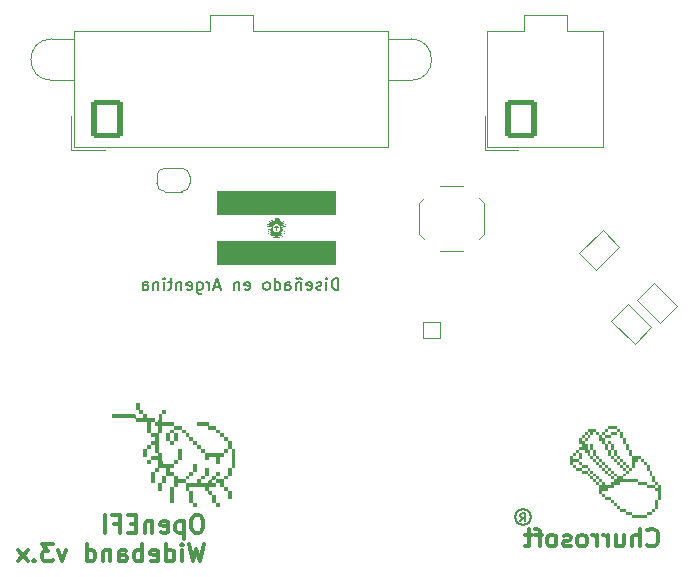
<source format=gbr>
%TF.GenerationSoftware,KiCad,Pcbnew,7.99.0-3804-ge3eab57133-dirty*%
%TF.CreationDate,2023-12-05T15:26:08-03:00*%
%TF.ProjectId,Wideband_v3,57696465-6261-46e6-945f-76332e6b6963,rev?*%
%TF.SameCoordinates,Original*%
%TF.FileFunction,Legend,Bot*%
%TF.FilePolarity,Positive*%
%FSLAX46Y46*%
G04 Gerber Fmt 4.6, Leading zero omitted, Abs format (unit mm)*
G04 Created by KiCad (PCBNEW 7.99.0-3804-ge3eab57133-dirty) date 2023-12-05 15:26:08*
%MOMM*%
%LPD*%
G01*
G04 APERTURE LIST*
G04 Aperture macros list*
%AMRoundRect*
0 Rectangle with rounded corners*
0 $1 Rounding radius*
0 $2 $3 $4 $5 $6 $7 $8 $9 X,Y pos of 4 corners*
0 Add a 4 corners polygon primitive as box body*
4,1,4,$2,$3,$4,$5,$6,$7,$8,$9,$2,$3,0*
0 Add four circle primitives for the rounded corners*
1,1,$1+$1,$2,$3*
1,1,$1+$1,$4,$5*
1,1,$1+$1,$6,$7*
1,1,$1+$1,$8,$9*
0 Add four rect primitives between the rounded corners*
20,1,$1+$1,$2,$3,$4,$5,0*
20,1,$1+$1,$4,$5,$6,$7,0*
20,1,$1+$1,$6,$7,$8,$9,0*
20,1,$1+$1,$8,$9,$2,$3,0*%
%AMFreePoly0*
4,1,6,1.000000,0.000000,0.499999,-0.750000,-0.499999,-0.750000,-0.499999,0.750000,0.499999,0.750000,1.000000,0.000000,1.000000,0.000000,$1*%
%AMFreePoly1*
4,1,6,0.499999,-0.750000,-0.649999,-0.750000,-0.150000,0.000000,-0.649999,0.750000,0.499999,0.750000,0.499999,-0.750000,0.499999,-0.750000,$1*%
%AMFreePoly2*
4,1,19,0.500000,-0.750000,0.000000,-0.750000,0.000000,-0.744911,-0.071157,-0.744911,-0.207708,-0.704816,-0.327430,-0.627875,-0.420627,-0.520320,-0.479746,-0.390866,-0.500000,-0.250000,-0.500000,0.250000,-0.479746,0.390866,-0.420627,0.520320,-0.327430,0.627875,-0.207708,0.704816,-0.071157,0.744911,0.000000,0.744911,0.000000,0.750000,0.500000,0.750000,0.500000,-0.750000,0.500000,-0.750000,
$1*%
%AMFreePoly3*
4,1,19,0.000000,0.744911,0.071157,0.744911,0.207708,0.704816,0.327430,0.627875,0.420627,0.520320,0.479746,0.390866,0.500000,0.250000,0.500000,-0.250000,0.479746,-0.390866,0.420627,-0.520320,0.327430,-0.627875,0.207708,-0.704816,0.071157,-0.744911,0.000000,-0.744911,0.000000,-0.750000,-0.500000,-0.750000,-0.500000,0.750000,0.000000,0.750000,0.000000,0.744911,0.000000,0.744911,
$1*%
G04 Aperture macros list end*
%ADD10C,0.150000*%
%ADD11C,0.300000*%
%ADD12C,0.120000*%
%ADD13C,0.000000*%
%ADD14C,0.800000*%
%ADD15C,6.400000*%
%ADD16R,1.350000X1.350000*%
%ADD17O,1.350000X1.350000*%
%ADD18C,2.400000*%
%ADD19C,1.700000*%
%ADD20C,1.524000*%
%ADD21C,0.650000*%
%ADD22O,2.100000X1.000000*%
%ADD23O,1.600000X1.000000*%
%ADD24C,0.990600*%
%ADD25R,1.000000X1.000000*%
%ADD26FreePoly0,315.000000*%
%ADD27FreePoly1,315.000000*%
%ADD28R,0.750000X1.000000*%
%ADD29C,3.000000*%
%ADD30RoundRect,0.250001X-1.099999X-1.399999X1.099999X-1.399999X1.099999X1.399999X-1.099999X1.399999X0*%
%ADD31O,2.700000X3.300000*%
%ADD32FreePoly2,0.000000*%
%ADD33FreePoly3,0.000000*%
%ADD34FreePoly0,45.000000*%
%ADD35FreePoly1,45.000000*%
G04 APERTURE END LIST*
D10*
X132587877Y-109150161D02*
X132825973Y-108864447D01*
X133016449Y-109150161D02*
X133016449Y-108483495D01*
X133016449Y-108483495D02*
X132730735Y-108483495D01*
X132730735Y-108483495D02*
X132635496Y-108531114D01*
X132635496Y-108531114D02*
X132587877Y-108626352D01*
X132587877Y-108626352D02*
X132587877Y-108721590D01*
X132587877Y-108721590D02*
X132635496Y-108816828D01*
X132635496Y-108816828D02*
X132730735Y-108864447D01*
X132730735Y-108864447D02*
X133016449Y-108864447D01*
X132825973Y-108150161D02*
X133064068Y-108197780D01*
X133064068Y-108197780D02*
X133302163Y-108340638D01*
X133302163Y-108340638D02*
X133445020Y-108578733D01*
X133445020Y-108578733D02*
X133492639Y-108816828D01*
X133492639Y-108816828D02*
X133445020Y-109054923D01*
X133445020Y-109054923D02*
X133302163Y-109293019D01*
X133302163Y-109293019D02*
X133064068Y-109435876D01*
X133064068Y-109435876D02*
X132825973Y-109483495D01*
X132825973Y-109483495D02*
X132587877Y-109435876D01*
X132587877Y-109435876D02*
X132349782Y-109293019D01*
X132349782Y-109293019D02*
X132206925Y-109054923D01*
X132206925Y-109054923D02*
X132159306Y-108816828D01*
X132159306Y-108816828D02*
X132206925Y-108578733D01*
X132206925Y-108578733D02*
X132349782Y-108340638D01*
X132349782Y-108340638D02*
X132587877Y-108197780D01*
X132587877Y-108197780D02*
X132825973Y-108150161D01*
X117189020Y-89582619D02*
X117189020Y-88582619D01*
X117189020Y-88582619D02*
X116950925Y-88582619D01*
X116950925Y-88582619D02*
X116808068Y-88630238D01*
X116808068Y-88630238D02*
X116712830Y-88725476D01*
X116712830Y-88725476D02*
X116665211Y-88820714D01*
X116665211Y-88820714D02*
X116617592Y-89011190D01*
X116617592Y-89011190D02*
X116617592Y-89154047D01*
X116617592Y-89154047D02*
X116665211Y-89344523D01*
X116665211Y-89344523D02*
X116712830Y-89439761D01*
X116712830Y-89439761D02*
X116808068Y-89535000D01*
X116808068Y-89535000D02*
X116950925Y-89582619D01*
X116950925Y-89582619D02*
X117189020Y-89582619D01*
X116189020Y-89582619D02*
X116189020Y-88915952D01*
X116189020Y-88582619D02*
X116236639Y-88630238D01*
X116236639Y-88630238D02*
X116189020Y-88677857D01*
X116189020Y-88677857D02*
X116141401Y-88630238D01*
X116141401Y-88630238D02*
X116189020Y-88582619D01*
X116189020Y-88582619D02*
X116189020Y-88677857D01*
X115760449Y-89535000D02*
X115665211Y-89582619D01*
X115665211Y-89582619D02*
X115474735Y-89582619D01*
X115474735Y-89582619D02*
X115379497Y-89535000D01*
X115379497Y-89535000D02*
X115331878Y-89439761D01*
X115331878Y-89439761D02*
X115331878Y-89392142D01*
X115331878Y-89392142D02*
X115379497Y-89296904D01*
X115379497Y-89296904D02*
X115474735Y-89249285D01*
X115474735Y-89249285D02*
X115617592Y-89249285D01*
X115617592Y-89249285D02*
X115712830Y-89201666D01*
X115712830Y-89201666D02*
X115760449Y-89106428D01*
X115760449Y-89106428D02*
X115760449Y-89058809D01*
X115760449Y-89058809D02*
X115712830Y-88963571D01*
X115712830Y-88963571D02*
X115617592Y-88915952D01*
X115617592Y-88915952D02*
X115474735Y-88915952D01*
X115474735Y-88915952D02*
X115379497Y-88963571D01*
X114522354Y-89535000D02*
X114617592Y-89582619D01*
X114617592Y-89582619D02*
X114808068Y-89582619D01*
X114808068Y-89582619D02*
X114903306Y-89535000D01*
X114903306Y-89535000D02*
X114950925Y-89439761D01*
X114950925Y-89439761D02*
X114950925Y-89058809D01*
X114950925Y-89058809D02*
X114903306Y-88963571D01*
X114903306Y-88963571D02*
X114808068Y-88915952D01*
X114808068Y-88915952D02*
X114617592Y-88915952D01*
X114617592Y-88915952D02*
X114522354Y-88963571D01*
X114522354Y-88963571D02*
X114474735Y-89058809D01*
X114474735Y-89058809D02*
X114474735Y-89154047D01*
X114474735Y-89154047D02*
X114950925Y-89249285D01*
X114046163Y-88915952D02*
X114046163Y-89582619D01*
X114046163Y-89011190D02*
X113998544Y-88963571D01*
X113998544Y-88963571D02*
X113903306Y-88915952D01*
X113903306Y-88915952D02*
X113760449Y-88915952D01*
X113760449Y-88915952D02*
X113665211Y-88963571D01*
X113665211Y-88963571D02*
X113617592Y-89058809D01*
X113617592Y-89058809D02*
X113617592Y-89582619D01*
X114093782Y-88677857D02*
X114046163Y-88630238D01*
X114046163Y-88630238D02*
X113950925Y-88582619D01*
X113950925Y-88582619D02*
X113760449Y-88677857D01*
X113760449Y-88677857D02*
X113665211Y-88630238D01*
X113665211Y-88630238D02*
X113617592Y-88582619D01*
X112712830Y-89582619D02*
X112712830Y-89058809D01*
X112712830Y-89058809D02*
X112760449Y-88963571D01*
X112760449Y-88963571D02*
X112855687Y-88915952D01*
X112855687Y-88915952D02*
X113046163Y-88915952D01*
X113046163Y-88915952D02*
X113141401Y-88963571D01*
X112712830Y-89535000D02*
X112808068Y-89582619D01*
X112808068Y-89582619D02*
X113046163Y-89582619D01*
X113046163Y-89582619D02*
X113141401Y-89535000D01*
X113141401Y-89535000D02*
X113189020Y-89439761D01*
X113189020Y-89439761D02*
X113189020Y-89344523D01*
X113189020Y-89344523D02*
X113141401Y-89249285D01*
X113141401Y-89249285D02*
X113046163Y-89201666D01*
X113046163Y-89201666D02*
X112808068Y-89201666D01*
X112808068Y-89201666D02*
X112712830Y-89154047D01*
X111808068Y-89582619D02*
X111808068Y-88582619D01*
X111808068Y-89535000D02*
X111903306Y-89582619D01*
X111903306Y-89582619D02*
X112093782Y-89582619D01*
X112093782Y-89582619D02*
X112189020Y-89535000D01*
X112189020Y-89535000D02*
X112236639Y-89487380D01*
X112236639Y-89487380D02*
X112284258Y-89392142D01*
X112284258Y-89392142D02*
X112284258Y-89106428D01*
X112284258Y-89106428D02*
X112236639Y-89011190D01*
X112236639Y-89011190D02*
X112189020Y-88963571D01*
X112189020Y-88963571D02*
X112093782Y-88915952D01*
X112093782Y-88915952D02*
X111903306Y-88915952D01*
X111903306Y-88915952D02*
X111808068Y-88963571D01*
X111189020Y-89582619D02*
X111284258Y-89535000D01*
X111284258Y-89535000D02*
X111331877Y-89487380D01*
X111331877Y-89487380D02*
X111379496Y-89392142D01*
X111379496Y-89392142D02*
X111379496Y-89106428D01*
X111379496Y-89106428D02*
X111331877Y-89011190D01*
X111331877Y-89011190D02*
X111284258Y-88963571D01*
X111284258Y-88963571D02*
X111189020Y-88915952D01*
X111189020Y-88915952D02*
X111046163Y-88915952D01*
X111046163Y-88915952D02*
X110950925Y-88963571D01*
X110950925Y-88963571D02*
X110903306Y-89011190D01*
X110903306Y-89011190D02*
X110855687Y-89106428D01*
X110855687Y-89106428D02*
X110855687Y-89392142D01*
X110855687Y-89392142D02*
X110903306Y-89487380D01*
X110903306Y-89487380D02*
X110950925Y-89535000D01*
X110950925Y-89535000D02*
X111046163Y-89582619D01*
X111046163Y-89582619D02*
X111189020Y-89582619D01*
X109284258Y-89535000D02*
X109379496Y-89582619D01*
X109379496Y-89582619D02*
X109569972Y-89582619D01*
X109569972Y-89582619D02*
X109665210Y-89535000D01*
X109665210Y-89535000D02*
X109712829Y-89439761D01*
X109712829Y-89439761D02*
X109712829Y-89058809D01*
X109712829Y-89058809D02*
X109665210Y-88963571D01*
X109665210Y-88963571D02*
X109569972Y-88915952D01*
X109569972Y-88915952D02*
X109379496Y-88915952D01*
X109379496Y-88915952D02*
X109284258Y-88963571D01*
X109284258Y-88963571D02*
X109236639Y-89058809D01*
X109236639Y-89058809D02*
X109236639Y-89154047D01*
X109236639Y-89154047D02*
X109712829Y-89249285D01*
X108808067Y-88915952D02*
X108808067Y-89582619D01*
X108808067Y-89011190D02*
X108760448Y-88963571D01*
X108760448Y-88963571D02*
X108665210Y-88915952D01*
X108665210Y-88915952D02*
X108522353Y-88915952D01*
X108522353Y-88915952D02*
X108427115Y-88963571D01*
X108427115Y-88963571D02*
X108379496Y-89058809D01*
X108379496Y-89058809D02*
X108379496Y-89582619D01*
X107189019Y-89296904D02*
X106712829Y-89296904D01*
X107284257Y-89582619D02*
X106950924Y-88582619D01*
X106950924Y-88582619D02*
X106617591Y-89582619D01*
X106284257Y-89582619D02*
X106284257Y-88915952D01*
X106284257Y-89106428D02*
X106236638Y-89011190D01*
X106236638Y-89011190D02*
X106189019Y-88963571D01*
X106189019Y-88963571D02*
X106093781Y-88915952D01*
X106093781Y-88915952D02*
X105998543Y-88915952D01*
X105236638Y-88915952D02*
X105236638Y-89725476D01*
X105236638Y-89725476D02*
X105284257Y-89820714D01*
X105284257Y-89820714D02*
X105331876Y-89868333D01*
X105331876Y-89868333D02*
X105427114Y-89915952D01*
X105427114Y-89915952D02*
X105569971Y-89915952D01*
X105569971Y-89915952D02*
X105665209Y-89868333D01*
X105236638Y-89535000D02*
X105331876Y-89582619D01*
X105331876Y-89582619D02*
X105522352Y-89582619D01*
X105522352Y-89582619D02*
X105617590Y-89535000D01*
X105617590Y-89535000D02*
X105665209Y-89487380D01*
X105665209Y-89487380D02*
X105712828Y-89392142D01*
X105712828Y-89392142D02*
X105712828Y-89106428D01*
X105712828Y-89106428D02*
X105665209Y-89011190D01*
X105665209Y-89011190D02*
X105617590Y-88963571D01*
X105617590Y-88963571D02*
X105522352Y-88915952D01*
X105522352Y-88915952D02*
X105331876Y-88915952D01*
X105331876Y-88915952D02*
X105236638Y-88963571D01*
X104379495Y-89535000D02*
X104474733Y-89582619D01*
X104474733Y-89582619D02*
X104665209Y-89582619D01*
X104665209Y-89582619D02*
X104760447Y-89535000D01*
X104760447Y-89535000D02*
X104808066Y-89439761D01*
X104808066Y-89439761D02*
X104808066Y-89058809D01*
X104808066Y-89058809D02*
X104760447Y-88963571D01*
X104760447Y-88963571D02*
X104665209Y-88915952D01*
X104665209Y-88915952D02*
X104474733Y-88915952D01*
X104474733Y-88915952D02*
X104379495Y-88963571D01*
X104379495Y-88963571D02*
X104331876Y-89058809D01*
X104331876Y-89058809D02*
X104331876Y-89154047D01*
X104331876Y-89154047D02*
X104808066Y-89249285D01*
X103903304Y-88915952D02*
X103903304Y-89582619D01*
X103903304Y-89011190D02*
X103855685Y-88963571D01*
X103855685Y-88963571D02*
X103760447Y-88915952D01*
X103760447Y-88915952D02*
X103617590Y-88915952D01*
X103617590Y-88915952D02*
X103522352Y-88963571D01*
X103522352Y-88963571D02*
X103474733Y-89058809D01*
X103474733Y-89058809D02*
X103474733Y-89582619D01*
X103141399Y-88915952D02*
X102760447Y-88915952D01*
X102998542Y-88582619D02*
X102998542Y-89439761D01*
X102998542Y-89439761D02*
X102950923Y-89535000D01*
X102950923Y-89535000D02*
X102855685Y-89582619D01*
X102855685Y-89582619D02*
X102760447Y-89582619D01*
X102427113Y-89582619D02*
X102427113Y-88915952D01*
X102427113Y-88582619D02*
X102474732Y-88630238D01*
X102474732Y-88630238D02*
X102427113Y-88677857D01*
X102427113Y-88677857D02*
X102379494Y-88630238D01*
X102379494Y-88630238D02*
X102427113Y-88582619D01*
X102427113Y-88582619D02*
X102427113Y-88677857D01*
X101950923Y-88915952D02*
X101950923Y-89582619D01*
X101950923Y-89011190D02*
X101903304Y-88963571D01*
X101903304Y-88963571D02*
X101808066Y-88915952D01*
X101808066Y-88915952D02*
X101665209Y-88915952D01*
X101665209Y-88915952D02*
X101569971Y-88963571D01*
X101569971Y-88963571D02*
X101522352Y-89058809D01*
X101522352Y-89058809D02*
X101522352Y-89582619D01*
X100617590Y-89582619D02*
X100617590Y-89058809D01*
X100617590Y-89058809D02*
X100665209Y-88963571D01*
X100665209Y-88963571D02*
X100760447Y-88915952D01*
X100760447Y-88915952D02*
X100950923Y-88915952D01*
X100950923Y-88915952D02*
X101046161Y-88963571D01*
X100617590Y-89535000D02*
X100712828Y-89582619D01*
X100712828Y-89582619D02*
X100950923Y-89582619D01*
X100950923Y-89582619D02*
X101046161Y-89535000D01*
X101046161Y-89535000D02*
X101093780Y-89439761D01*
X101093780Y-89439761D02*
X101093780Y-89344523D01*
X101093780Y-89344523D02*
X101046161Y-89249285D01*
X101046161Y-89249285D02*
X100950923Y-89201666D01*
X100950923Y-89201666D02*
X100712828Y-89201666D01*
X100712828Y-89201666D02*
X100617590Y-89154047D01*
D11*
X105382574Y-108661912D02*
X105096860Y-108661912D01*
X105096860Y-108661912D02*
X104954003Y-108733341D01*
X104954003Y-108733341D02*
X104811146Y-108876198D01*
X104811146Y-108876198D02*
X104739717Y-109161912D01*
X104739717Y-109161912D02*
X104739717Y-109661912D01*
X104739717Y-109661912D02*
X104811146Y-109947626D01*
X104811146Y-109947626D02*
X104954003Y-110090484D01*
X104954003Y-110090484D02*
X105096860Y-110161912D01*
X105096860Y-110161912D02*
X105382574Y-110161912D01*
X105382574Y-110161912D02*
X105525432Y-110090484D01*
X105525432Y-110090484D02*
X105668289Y-109947626D01*
X105668289Y-109947626D02*
X105739717Y-109661912D01*
X105739717Y-109661912D02*
X105739717Y-109161912D01*
X105739717Y-109161912D02*
X105668289Y-108876198D01*
X105668289Y-108876198D02*
X105525432Y-108733341D01*
X105525432Y-108733341D02*
X105382574Y-108661912D01*
X104096860Y-109161912D02*
X104096860Y-110661912D01*
X104096860Y-109233341D02*
X103954003Y-109161912D01*
X103954003Y-109161912D02*
X103668288Y-109161912D01*
X103668288Y-109161912D02*
X103525431Y-109233341D01*
X103525431Y-109233341D02*
X103454003Y-109304769D01*
X103454003Y-109304769D02*
X103382574Y-109447626D01*
X103382574Y-109447626D02*
X103382574Y-109876198D01*
X103382574Y-109876198D02*
X103454003Y-110019055D01*
X103454003Y-110019055D02*
X103525431Y-110090484D01*
X103525431Y-110090484D02*
X103668288Y-110161912D01*
X103668288Y-110161912D02*
X103954003Y-110161912D01*
X103954003Y-110161912D02*
X104096860Y-110090484D01*
X102168288Y-110090484D02*
X102311145Y-110161912D01*
X102311145Y-110161912D02*
X102596860Y-110161912D01*
X102596860Y-110161912D02*
X102739717Y-110090484D01*
X102739717Y-110090484D02*
X102811145Y-109947626D01*
X102811145Y-109947626D02*
X102811145Y-109376198D01*
X102811145Y-109376198D02*
X102739717Y-109233341D01*
X102739717Y-109233341D02*
X102596860Y-109161912D01*
X102596860Y-109161912D02*
X102311145Y-109161912D01*
X102311145Y-109161912D02*
X102168288Y-109233341D01*
X102168288Y-109233341D02*
X102096860Y-109376198D01*
X102096860Y-109376198D02*
X102096860Y-109519055D01*
X102096860Y-109519055D02*
X102811145Y-109661912D01*
X101454003Y-109161912D02*
X101454003Y-110161912D01*
X101454003Y-109304769D02*
X101382574Y-109233341D01*
X101382574Y-109233341D02*
X101239717Y-109161912D01*
X101239717Y-109161912D02*
X101025431Y-109161912D01*
X101025431Y-109161912D02*
X100882574Y-109233341D01*
X100882574Y-109233341D02*
X100811146Y-109376198D01*
X100811146Y-109376198D02*
X100811146Y-110161912D01*
X100096860Y-109376198D02*
X99596860Y-109376198D01*
X99382574Y-110161912D02*
X100096860Y-110161912D01*
X100096860Y-110161912D02*
X100096860Y-108661912D01*
X100096860Y-108661912D02*
X99382574Y-108661912D01*
X98239717Y-109376198D02*
X98739717Y-109376198D01*
X98739717Y-110161912D02*
X98739717Y-108661912D01*
X98739717Y-108661912D02*
X98025431Y-108661912D01*
X97454003Y-110161912D02*
X97454003Y-108661912D01*
X105811146Y-111076828D02*
X105454003Y-112576828D01*
X105454003Y-112576828D02*
X105168289Y-111505400D01*
X105168289Y-111505400D02*
X104882574Y-112576828D01*
X104882574Y-112576828D02*
X104525432Y-111076828D01*
X103954003Y-112576828D02*
X103954003Y-111576828D01*
X103954003Y-111076828D02*
X104025431Y-111148257D01*
X104025431Y-111148257D02*
X103954003Y-111219685D01*
X103954003Y-111219685D02*
X103882574Y-111148257D01*
X103882574Y-111148257D02*
X103954003Y-111076828D01*
X103954003Y-111076828D02*
X103954003Y-111219685D01*
X102596860Y-112576828D02*
X102596860Y-111076828D01*
X102596860Y-112505400D02*
X102739717Y-112576828D01*
X102739717Y-112576828D02*
X103025431Y-112576828D01*
X103025431Y-112576828D02*
X103168288Y-112505400D01*
X103168288Y-112505400D02*
X103239717Y-112433971D01*
X103239717Y-112433971D02*
X103311145Y-112291114D01*
X103311145Y-112291114D02*
X103311145Y-111862542D01*
X103311145Y-111862542D02*
X103239717Y-111719685D01*
X103239717Y-111719685D02*
X103168288Y-111648257D01*
X103168288Y-111648257D02*
X103025431Y-111576828D01*
X103025431Y-111576828D02*
X102739717Y-111576828D01*
X102739717Y-111576828D02*
X102596860Y-111648257D01*
X101311145Y-112505400D02*
X101454002Y-112576828D01*
X101454002Y-112576828D02*
X101739717Y-112576828D01*
X101739717Y-112576828D02*
X101882574Y-112505400D01*
X101882574Y-112505400D02*
X101954002Y-112362542D01*
X101954002Y-112362542D02*
X101954002Y-111791114D01*
X101954002Y-111791114D02*
X101882574Y-111648257D01*
X101882574Y-111648257D02*
X101739717Y-111576828D01*
X101739717Y-111576828D02*
X101454002Y-111576828D01*
X101454002Y-111576828D02*
X101311145Y-111648257D01*
X101311145Y-111648257D02*
X101239717Y-111791114D01*
X101239717Y-111791114D02*
X101239717Y-111933971D01*
X101239717Y-111933971D02*
X101954002Y-112076828D01*
X100596860Y-112576828D02*
X100596860Y-111076828D01*
X100596860Y-111648257D02*
X100454003Y-111576828D01*
X100454003Y-111576828D02*
X100168288Y-111576828D01*
X100168288Y-111576828D02*
X100025431Y-111648257D01*
X100025431Y-111648257D02*
X99954003Y-111719685D01*
X99954003Y-111719685D02*
X99882574Y-111862542D01*
X99882574Y-111862542D02*
X99882574Y-112291114D01*
X99882574Y-112291114D02*
X99954003Y-112433971D01*
X99954003Y-112433971D02*
X100025431Y-112505400D01*
X100025431Y-112505400D02*
X100168288Y-112576828D01*
X100168288Y-112576828D02*
X100454003Y-112576828D01*
X100454003Y-112576828D02*
X100596860Y-112505400D01*
X98596860Y-112576828D02*
X98596860Y-111791114D01*
X98596860Y-111791114D02*
X98668288Y-111648257D01*
X98668288Y-111648257D02*
X98811145Y-111576828D01*
X98811145Y-111576828D02*
X99096860Y-111576828D01*
X99096860Y-111576828D02*
X99239717Y-111648257D01*
X98596860Y-112505400D02*
X98739717Y-112576828D01*
X98739717Y-112576828D02*
X99096860Y-112576828D01*
X99096860Y-112576828D02*
X99239717Y-112505400D01*
X99239717Y-112505400D02*
X99311145Y-112362542D01*
X99311145Y-112362542D02*
X99311145Y-112219685D01*
X99311145Y-112219685D02*
X99239717Y-112076828D01*
X99239717Y-112076828D02*
X99096860Y-112005400D01*
X99096860Y-112005400D02*
X98739717Y-112005400D01*
X98739717Y-112005400D02*
X98596860Y-111933971D01*
X97882574Y-111576828D02*
X97882574Y-112576828D01*
X97882574Y-111719685D02*
X97811145Y-111648257D01*
X97811145Y-111648257D02*
X97668288Y-111576828D01*
X97668288Y-111576828D02*
X97454002Y-111576828D01*
X97454002Y-111576828D02*
X97311145Y-111648257D01*
X97311145Y-111648257D02*
X97239717Y-111791114D01*
X97239717Y-111791114D02*
X97239717Y-112576828D01*
X95882574Y-112576828D02*
X95882574Y-111076828D01*
X95882574Y-112505400D02*
X96025431Y-112576828D01*
X96025431Y-112576828D02*
X96311145Y-112576828D01*
X96311145Y-112576828D02*
X96454002Y-112505400D01*
X96454002Y-112505400D02*
X96525431Y-112433971D01*
X96525431Y-112433971D02*
X96596859Y-112291114D01*
X96596859Y-112291114D02*
X96596859Y-111862542D01*
X96596859Y-111862542D02*
X96525431Y-111719685D01*
X96525431Y-111719685D02*
X96454002Y-111648257D01*
X96454002Y-111648257D02*
X96311145Y-111576828D01*
X96311145Y-111576828D02*
X96025431Y-111576828D01*
X96025431Y-111576828D02*
X95882574Y-111648257D01*
X94168288Y-111576828D02*
X93811145Y-112576828D01*
X93811145Y-112576828D02*
X93454002Y-111576828D01*
X93025431Y-111076828D02*
X92096859Y-111076828D01*
X92096859Y-111076828D02*
X92596859Y-111648257D01*
X92596859Y-111648257D02*
X92382574Y-111648257D01*
X92382574Y-111648257D02*
X92239717Y-111719685D01*
X92239717Y-111719685D02*
X92168288Y-111791114D01*
X92168288Y-111791114D02*
X92096859Y-111933971D01*
X92096859Y-111933971D02*
X92096859Y-112291114D01*
X92096859Y-112291114D02*
X92168288Y-112433971D01*
X92168288Y-112433971D02*
X92239717Y-112505400D01*
X92239717Y-112505400D02*
X92382574Y-112576828D01*
X92382574Y-112576828D02*
X92811145Y-112576828D01*
X92811145Y-112576828D02*
X92954002Y-112505400D01*
X92954002Y-112505400D02*
X93025431Y-112433971D01*
X91454003Y-112433971D02*
X91382574Y-112505400D01*
X91382574Y-112505400D02*
X91454003Y-112576828D01*
X91454003Y-112576828D02*
X91525431Y-112505400D01*
X91525431Y-112505400D02*
X91454003Y-112433971D01*
X91454003Y-112433971D02*
X91454003Y-112576828D01*
X90882574Y-112576828D02*
X90096860Y-111576828D01*
X90882574Y-111576828D02*
X90096860Y-112576828D01*
X143368346Y-111163971D02*
X143439774Y-111235400D01*
X143439774Y-111235400D02*
X143654060Y-111306828D01*
X143654060Y-111306828D02*
X143796917Y-111306828D01*
X143796917Y-111306828D02*
X144011203Y-111235400D01*
X144011203Y-111235400D02*
X144154060Y-111092542D01*
X144154060Y-111092542D02*
X144225489Y-110949685D01*
X144225489Y-110949685D02*
X144296917Y-110663971D01*
X144296917Y-110663971D02*
X144296917Y-110449685D01*
X144296917Y-110449685D02*
X144225489Y-110163971D01*
X144225489Y-110163971D02*
X144154060Y-110021114D01*
X144154060Y-110021114D02*
X144011203Y-109878257D01*
X144011203Y-109878257D02*
X143796917Y-109806828D01*
X143796917Y-109806828D02*
X143654060Y-109806828D01*
X143654060Y-109806828D02*
X143439774Y-109878257D01*
X143439774Y-109878257D02*
X143368346Y-109949685D01*
X142725489Y-111306828D02*
X142725489Y-109806828D01*
X142082632Y-111306828D02*
X142082632Y-110521114D01*
X142082632Y-110521114D02*
X142154060Y-110378257D01*
X142154060Y-110378257D02*
X142296917Y-110306828D01*
X142296917Y-110306828D02*
X142511203Y-110306828D01*
X142511203Y-110306828D02*
X142654060Y-110378257D01*
X142654060Y-110378257D02*
X142725489Y-110449685D01*
X140725489Y-110306828D02*
X140725489Y-111306828D01*
X141368346Y-110306828D02*
X141368346Y-111092542D01*
X141368346Y-111092542D02*
X141296917Y-111235400D01*
X141296917Y-111235400D02*
X141154060Y-111306828D01*
X141154060Y-111306828D02*
X140939774Y-111306828D01*
X140939774Y-111306828D02*
X140796917Y-111235400D01*
X140796917Y-111235400D02*
X140725489Y-111163971D01*
X140011203Y-111306828D02*
X140011203Y-110306828D01*
X140011203Y-110592542D02*
X139939774Y-110449685D01*
X139939774Y-110449685D02*
X139868346Y-110378257D01*
X139868346Y-110378257D02*
X139725488Y-110306828D01*
X139725488Y-110306828D02*
X139582631Y-110306828D01*
X139082632Y-111306828D02*
X139082632Y-110306828D01*
X139082632Y-110592542D02*
X139011203Y-110449685D01*
X139011203Y-110449685D02*
X138939775Y-110378257D01*
X138939775Y-110378257D02*
X138796917Y-110306828D01*
X138796917Y-110306828D02*
X138654060Y-110306828D01*
X137939775Y-111306828D02*
X138082632Y-111235400D01*
X138082632Y-111235400D02*
X138154061Y-111163971D01*
X138154061Y-111163971D02*
X138225489Y-111021114D01*
X138225489Y-111021114D02*
X138225489Y-110592542D01*
X138225489Y-110592542D02*
X138154061Y-110449685D01*
X138154061Y-110449685D02*
X138082632Y-110378257D01*
X138082632Y-110378257D02*
X137939775Y-110306828D01*
X137939775Y-110306828D02*
X137725489Y-110306828D01*
X137725489Y-110306828D02*
X137582632Y-110378257D01*
X137582632Y-110378257D02*
X137511204Y-110449685D01*
X137511204Y-110449685D02*
X137439775Y-110592542D01*
X137439775Y-110592542D02*
X137439775Y-111021114D01*
X137439775Y-111021114D02*
X137511204Y-111163971D01*
X137511204Y-111163971D02*
X137582632Y-111235400D01*
X137582632Y-111235400D02*
X137725489Y-111306828D01*
X137725489Y-111306828D02*
X137939775Y-111306828D01*
X136868346Y-111235400D02*
X136725489Y-111306828D01*
X136725489Y-111306828D02*
X136439775Y-111306828D01*
X136439775Y-111306828D02*
X136296918Y-111235400D01*
X136296918Y-111235400D02*
X136225489Y-111092542D01*
X136225489Y-111092542D02*
X136225489Y-111021114D01*
X136225489Y-111021114D02*
X136296918Y-110878257D01*
X136296918Y-110878257D02*
X136439775Y-110806828D01*
X136439775Y-110806828D02*
X136654061Y-110806828D01*
X136654061Y-110806828D02*
X136796918Y-110735400D01*
X136796918Y-110735400D02*
X136868346Y-110592542D01*
X136868346Y-110592542D02*
X136868346Y-110521114D01*
X136868346Y-110521114D02*
X136796918Y-110378257D01*
X136796918Y-110378257D02*
X136654061Y-110306828D01*
X136654061Y-110306828D02*
X136439775Y-110306828D01*
X136439775Y-110306828D02*
X136296918Y-110378257D01*
X135368346Y-111306828D02*
X135511203Y-111235400D01*
X135511203Y-111235400D02*
X135582632Y-111163971D01*
X135582632Y-111163971D02*
X135654060Y-111021114D01*
X135654060Y-111021114D02*
X135654060Y-110592542D01*
X135654060Y-110592542D02*
X135582632Y-110449685D01*
X135582632Y-110449685D02*
X135511203Y-110378257D01*
X135511203Y-110378257D02*
X135368346Y-110306828D01*
X135368346Y-110306828D02*
X135154060Y-110306828D01*
X135154060Y-110306828D02*
X135011203Y-110378257D01*
X135011203Y-110378257D02*
X134939775Y-110449685D01*
X134939775Y-110449685D02*
X134868346Y-110592542D01*
X134868346Y-110592542D02*
X134868346Y-111021114D01*
X134868346Y-111021114D02*
X134939775Y-111163971D01*
X134939775Y-111163971D02*
X135011203Y-111235400D01*
X135011203Y-111235400D02*
X135154060Y-111306828D01*
X135154060Y-111306828D02*
X135368346Y-111306828D01*
X134439774Y-110306828D02*
X133868346Y-110306828D01*
X134225489Y-111306828D02*
X134225489Y-110021114D01*
X134225489Y-110021114D02*
X134154060Y-109878257D01*
X134154060Y-109878257D02*
X134011203Y-109806828D01*
X134011203Y-109806828D02*
X133868346Y-109806828D01*
X133582631Y-110306828D02*
X133011203Y-110306828D01*
X133368346Y-109806828D02*
X133368346Y-111092542D01*
X133368346Y-111092542D02*
X133296917Y-111235400D01*
X133296917Y-111235400D02*
X133154060Y-111306828D01*
X133154060Y-111306828D02*
X133011203Y-111306828D01*
D12*
%TO.C,TP3*%
X124369600Y-92264000D02*
X125769600Y-92264000D01*
X124369600Y-93664000D02*
X124369600Y-92264000D01*
X125769600Y-92264000D02*
X125769600Y-93664000D01*
X125769600Y-93664000D02*
X124369600Y-93664000D01*
%TO.C,JP2*%
X142473344Y-90420557D02*
X143887557Y-89006344D01*
X143887557Y-89006344D02*
X145867456Y-90986243D01*
X144453243Y-92400456D02*
X142473344Y-90420557D01*
X145867456Y-90986243D02*
X144453243Y-92400456D01*
%TO.C,SW1*%
X124022400Y-82225600D02*
X124472400Y-81775601D01*
X124022400Y-84825600D02*
X124022400Y-82225600D01*
X124022400Y-84825600D02*
X124472400Y-85275599D01*
X127772400Y-80775600D02*
X125772400Y-80775600D01*
X127772400Y-86275600D02*
X125772400Y-86275600D01*
X129522400Y-82225600D02*
X129072400Y-81775601D01*
X129522400Y-84825600D02*
X129072400Y-85275599D01*
X129522400Y-84825600D02*
X129522400Y-82225600D01*
%TO.C,J5*%
X94572400Y-74875600D02*
X94572400Y-77725600D01*
X94572400Y-77725600D02*
X97422400Y-77725600D01*
X94812400Y-67665599D02*
X94812400Y-77485600D01*
X94812400Y-68325600D02*
X92922400Y-68325600D01*
X94812400Y-71845600D02*
X92922400Y-71845600D01*
X94812400Y-77485600D02*
X108122400Y-77485600D01*
X106312400Y-66265600D02*
X106312400Y-67665599D01*
X106312400Y-67665599D02*
X94812400Y-67665599D01*
X108122400Y-66265600D02*
X106312400Y-66265600D01*
X108122400Y-66265600D02*
X109932400Y-66265599D01*
X109932400Y-66265599D02*
X109932400Y-67665600D01*
X109932400Y-67665600D02*
X121432400Y-67665600D01*
X121432399Y-77485600D02*
X108122400Y-77485600D01*
X121432400Y-67665600D02*
X121432399Y-77485600D01*
X121432400Y-68325599D02*
X123322400Y-68325600D01*
X121432400Y-71845600D02*
X123322400Y-71845600D01*
X92922400Y-71845600D02*
G75*
G02*
X92922400Y-68325600I0J1760000D01*
G01*
X123322400Y-68325600D02*
G75*
G02*
X123322400Y-71845600I0J-1760000D01*
G01*
D13*
%TO.C,G\u002A\u002A\u002A*%
G36*
X101317746Y-104177217D02*
G01*
X101317746Y-104344787D01*
X101156261Y-104338702D01*
X100994776Y-104332616D01*
X100988690Y-104171131D01*
X100982605Y-104009646D01*
X101150175Y-104009646D01*
X101317746Y-104009645D01*
X101317746Y-104177217D01*
G37*
G36*
X101651134Y-104988974D02*
G01*
X101651134Y-105478637D01*
X101651134Y-105968301D01*
X101484440Y-105968301D01*
X101317746Y-105968301D01*
X101317746Y-105478637D01*
X101317746Y-104988974D01*
X101484440Y-104988973D01*
X101651134Y-104988974D01*
G37*
G36*
X102297073Y-106291270D02*
G01*
X102297073Y-106614240D01*
X102130379Y-106614240D01*
X101963685Y-106614240D01*
X101963685Y-106291270D01*
X101963685Y-105968301D01*
X102130379Y-105968301D01*
X102297073Y-105968301D01*
X102297073Y-106291270D01*
G37*
G36*
X105235055Y-104666004D02*
G01*
X105235055Y-104988974D01*
X105068361Y-104988974D01*
X104901667Y-104988974D01*
X104901667Y-104666004D01*
X104901667Y-104343034D01*
X105068361Y-104343034D01*
X105235055Y-104343034D01*
X105235055Y-104666004D01*
G37*
G36*
X103922339Y-103519106D02*
G01*
X103922339Y-104009646D01*
X103766064Y-104009646D01*
X103609788Y-104009646D01*
X103609788Y-104176339D01*
X103609788Y-104343034D01*
X103443094Y-104343034D01*
X103276400Y-104343034D01*
X103276400Y-104176339D01*
X103276400Y-104009646D01*
X103432292Y-104009646D01*
X103588183Y-104009646D01*
X103593777Y-103525192D01*
X103599370Y-103040737D01*
X103760854Y-103034652D01*
X103922339Y-103028566D01*
X103922339Y-103519106D01*
G37*
G36*
X104901667Y-105155668D02*
G01*
X104901667Y-105322362D01*
X104745391Y-105322362D01*
X104589116Y-105322362D01*
X104589116Y-105478637D01*
X104589116Y-105634913D01*
X104422422Y-105634913D01*
X104255728Y-105634913D01*
X104255728Y-105468219D01*
X104255728Y-105301525D01*
X104412003Y-105301525D01*
X104568279Y-105301525D01*
X104568279Y-105145249D01*
X104568279Y-104988974D01*
X104734972Y-104988974D01*
X104901667Y-104988974D01*
X104901667Y-105155668D01*
G37*
G36*
X108006872Y-106614240D02*
G01*
X108174095Y-106614240D01*
X108168357Y-106942420D01*
X108162618Y-107270598D01*
X108001134Y-107276682D01*
X107839649Y-107282769D01*
X107839649Y-106948505D01*
X107839649Y-106614240D01*
X108006872Y-106614240D01*
G37*
G36*
X107506261Y-105957882D02*
G01*
X107506260Y-106280852D01*
X107672955Y-106280852D01*
X107839649Y-106280852D01*
X107839649Y-106447546D01*
X107839649Y-106614240D01*
X107672955Y-106614240D01*
X107506260Y-106614240D01*
X107506261Y-106458841D01*
X107506261Y-106303442D01*
X107344776Y-106297356D01*
X107183291Y-106291270D01*
X107177205Y-106129786D01*
X107171120Y-105968301D01*
X107015721Y-105968301D01*
X106860321Y-105968301D01*
X106860321Y-105802483D01*
X106860321Y-105634913D01*
X107183291Y-105634913D01*
X107506261Y-105634913D01*
X107506261Y-105957882D01*
G37*
G36*
X103276400Y-101571746D02*
G01*
X103276400Y-101738440D01*
X103120125Y-101738440D01*
X102963849Y-101738440D01*
X102963849Y-102061410D01*
X102963849Y-102384380D01*
X103120125Y-102384380D01*
X103276400Y-102384380D01*
X103276400Y-102061410D01*
X103276400Y-101738440D01*
X103443094Y-101738440D01*
X103609788Y-101738440D01*
X103609788Y-102061410D01*
X103609788Y-102384380D01*
X103443094Y-102384380D01*
X103276400Y-102384380D01*
X103276400Y-102551074D01*
X103276400Y-102717768D01*
X103109706Y-102717768D01*
X102943012Y-102717768D01*
X102943012Y-102551074D01*
X102943012Y-102384380D01*
X102786737Y-102384380D01*
X102630461Y-102384380D01*
X102630461Y-102061410D01*
X102630461Y-101738440D01*
X102786737Y-101738440D01*
X102943012Y-101738440D01*
X102943012Y-101571746D01*
X102943012Y-101405052D01*
X103109706Y-101405052D01*
X103276400Y-101405052D01*
X103276400Y-101571746D01*
G37*
G36*
X108006343Y-102384380D02*
G01*
X108173037Y-102384380D01*
X108173037Y-102707349D01*
X108173037Y-103030319D01*
X108329312Y-103030319D01*
X108485588Y-103030319D01*
X108485588Y-103853371D01*
X108485588Y-104676422D01*
X108329855Y-104676422D01*
X108174122Y-104676422D01*
X108168370Y-104994183D01*
X108162618Y-105311943D01*
X108001134Y-105318029D01*
X107839649Y-105324115D01*
X107839649Y-105479514D01*
X107839649Y-105634913D01*
X107672955Y-105634913D01*
X107506261Y-105634913D01*
X107506261Y-105468219D01*
X107506261Y-105301525D01*
X107672955Y-105301525D01*
X107839649Y-105301525D01*
X107839649Y-104978555D01*
X107839649Y-104655585D01*
X107995924Y-104655585D01*
X108152200Y-104655585D01*
X108152200Y-103842952D01*
X108152200Y-103030319D01*
X107995924Y-103030319D01*
X107839649Y-103030319D01*
X107839649Y-102707349D01*
X107839649Y-102384380D01*
X108006343Y-102384380D01*
G37*
G36*
X107027015Y-101405052D02*
G01*
X107193709Y-101405052D01*
X107193709Y-101571746D01*
X107193709Y-101738440D01*
X107349985Y-101738440D01*
X107506261Y-101738440D01*
X107506261Y-101894716D01*
X107506261Y-102050992D01*
X107672954Y-102050992D01*
X107839649Y-102050992D01*
X107839649Y-102217686D01*
X107839649Y-102384380D01*
X107672955Y-102384380D01*
X107506261Y-102384380D01*
X107506260Y-102228980D01*
X107506261Y-102073581D01*
X107344776Y-102067496D01*
X107183291Y-102061410D01*
X107177205Y-101899925D01*
X107171120Y-101738440D01*
X107015721Y-101738440D01*
X106860321Y-101738440D01*
X106860321Y-101571746D01*
X106860321Y-101405052D01*
X107027015Y-101405052D01*
G37*
G36*
X106214382Y-100915389D02*
G01*
X106214382Y-101071664D01*
X106537352Y-101071664D01*
X106860321Y-101071664D01*
X106860321Y-101238358D01*
X106860321Y-101405052D01*
X106526933Y-101405052D01*
X106193545Y-101405052D01*
X106193545Y-101248777D01*
X106193545Y-101092501D01*
X105714301Y-101092501D01*
X105235055Y-101092501D01*
X105235055Y-100925807D01*
X105235055Y-100759113D01*
X105724718Y-100759113D01*
X106214382Y-100759113D01*
X106214382Y-100915389D01*
G37*
G36*
X105068361Y-107593567D02*
G01*
X105235055Y-107593567D01*
X105235055Y-107760261D01*
X105235055Y-107926955D01*
X105068361Y-107926955D01*
X104901667Y-107926955D01*
X104901667Y-107760261D01*
X104901667Y-107593567D01*
X105068361Y-107593567D01*
G37*
G36*
X107027015Y-107593567D02*
G01*
X107193709Y-107593567D01*
X107193709Y-107760261D01*
X107193709Y-107926955D01*
X107027015Y-107926955D01*
X106860321Y-107926955D01*
X106860321Y-107760261D01*
X106860321Y-107593567D01*
X107027015Y-107593567D01*
G37*
G36*
X106214382Y-104988973D02*
G01*
X106214382Y-105322362D01*
X106047688Y-105322362D01*
X105880994Y-105322362D01*
X105880994Y-105478636D01*
X105880994Y-105634913D01*
X105724718Y-105634913D01*
X105568443Y-105634913D01*
X105568443Y-105801607D01*
X105568443Y-105968301D01*
X105880118Y-105968301D01*
X106191792Y-105968301D01*
X106197878Y-105806816D01*
X106203963Y-105645331D01*
X106364588Y-105639261D01*
X106525211Y-105633191D01*
X106531282Y-105472567D01*
X106537352Y-105311943D01*
X106698837Y-105305857D01*
X106860321Y-105299772D01*
X106860321Y-105144373D01*
X106860321Y-104988974D01*
X107027015Y-104988974D01*
X107193709Y-104988974D01*
X107193709Y-105155668D01*
X107193709Y-105322362D01*
X107027015Y-105322362D01*
X106860321Y-105322362D01*
X106860321Y-105477761D01*
X106860321Y-105633160D01*
X106698837Y-105639247D01*
X106537352Y-105645331D01*
X106537352Y-105801607D01*
X106537352Y-105957882D01*
X106698837Y-105963968D01*
X106860321Y-105970054D01*
X106860321Y-106134995D01*
X106860321Y-106301689D01*
X106537352Y-106301689D01*
X106214382Y-106301689D01*
X106214382Y-106457964D01*
X106214382Y-106614240D01*
X106369781Y-106614240D01*
X106525179Y-106614240D01*
X106531266Y-106775725D01*
X106537352Y-106937210D01*
X106698836Y-106943295D01*
X106860321Y-106949381D01*
X106860321Y-107271474D01*
X106860321Y-107593567D01*
X106693627Y-107593567D01*
X106526933Y-107593567D01*
X106526933Y-107271475D01*
X106526932Y-106949381D01*
X106365449Y-106943296D01*
X106203964Y-106937210D01*
X106197878Y-106775725D01*
X106191791Y-106614240D01*
X106036393Y-106614240D01*
X105880994Y-106614240D01*
X105880994Y-106457964D01*
X105880994Y-106301689D01*
X105235055Y-106301689D01*
X104589115Y-106301689D01*
X104589116Y-106457964D01*
X104589115Y-106614240D01*
X104745391Y-106614239D01*
X104901667Y-106614240D01*
X104901667Y-107103904D01*
X104901667Y-107593567D01*
X104734973Y-107593567D01*
X104568279Y-107593567D01*
X104568279Y-107103904D01*
X104568278Y-106614240D01*
X104412004Y-106614240D01*
X104255727Y-106614240D01*
X104255728Y-106291270D01*
X104255728Y-105969069D01*
X104740182Y-105963476D01*
X105224636Y-105957882D01*
X105230722Y-105796398D01*
X105236808Y-105634913D01*
X105391330Y-105634913D01*
X105545853Y-105634913D01*
X105551939Y-105473428D01*
X105558024Y-105311943D01*
X105719508Y-105305857D01*
X105880994Y-105299772D01*
X105880994Y-104977680D01*
X105880994Y-104655585D01*
X106047688Y-104655585D01*
X106214382Y-104655585D01*
X106214382Y-104988973D01*
G37*
G36*
X101984522Y-102551074D02*
G01*
X101984522Y-103363707D01*
X102140413Y-103363707D01*
X102296305Y-103363707D01*
X102301898Y-103848161D01*
X102307491Y-104332616D01*
X102791946Y-104338209D01*
X103276400Y-104343802D01*
X103276400Y-104510112D01*
X103276400Y-104676422D01*
X103120125Y-104676422D01*
X102963849Y-104676422D01*
X102963850Y-104832698D01*
X102963849Y-104988973D01*
X103120125Y-104988973D01*
X103276400Y-104988973D01*
X103276400Y-105144373D01*
X103276400Y-105299772D01*
X103437886Y-105305857D01*
X103599370Y-105311943D01*
X103605456Y-105473428D01*
X103611541Y-105634913D01*
X103933634Y-105634913D01*
X104255728Y-105634913D01*
X104255728Y-105801991D01*
X104255728Y-105968301D01*
X103932758Y-105968301D01*
X103609788Y-105968301D01*
X103609788Y-106134996D01*
X103609788Y-106301689D01*
X103443094Y-106301690D01*
X103276400Y-106301689D01*
X103276400Y-106947628D01*
X103276400Y-107593567D01*
X103109706Y-107593567D01*
X102943012Y-107593567D01*
X102943012Y-106937210D01*
X102943012Y-106280852D01*
X103109706Y-106280853D01*
X103276400Y-106280852D01*
X103276400Y-105801607D01*
X103276400Y-105322362D01*
X102953431Y-105322362D01*
X102630461Y-105322362D01*
X102630461Y-105645331D01*
X102630461Y-105968301D01*
X102463767Y-105968301D01*
X102297073Y-105968301D01*
X102297073Y-105634913D01*
X102297073Y-105301525D01*
X102463767Y-105301525D01*
X102630461Y-105301525D01*
X102630461Y-104988974D01*
X102630461Y-104676422D01*
X102307491Y-104676422D01*
X101984522Y-104676422D01*
X101984522Y-104832698D01*
X101984522Y-104988974D01*
X101817828Y-104988974D01*
X101651134Y-104988974D01*
X101651133Y-104822280D01*
X101651134Y-104655585D01*
X101807409Y-104655585D01*
X101963685Y-104655585D01*
X101963685Y-104332616D01*
X101963685Y-104009646D01*
X101640715Y-104009646D01*
X101317746Y-104009645D01*
X101317746Y-103842952D01*
X101317745Y-103676258D01*
X101640715Y-103676258D01*
X101963685Y-103676258D01*
X101963685Y-103519983D01*
X101963685Y-103363707D01*
X101807409Y-103363708D01*
X101651133Y-103363707D01*
X101651134Y-103040737D01*
X101651134Y-102717768D01*
X101484440Y-102717768D01*
X101317746Y-102717768D01*
X101317746Y-102874043D01*
X101317746Y-103030319D01*
X101161470Y-103030319D01*
X101005194Y-103030319D01*
X101005194Y-103363707D01*
X101005194Y-103697095D01*
X100838499Y-103697095D01*
X100671806Y-103697095D01*
X100671806Y-103363707D01*
X100671806Y-103030319D01*
X100827205Y-103030319D01*
X100982605Y-103030319D01*
X100988690Y-102868834D01*
X100994776Y-102707349D01*
X101156261Y-102701264D01*
X101317746Y-102695178D01*
X101317745Y-102539779D01*
X101317746Y-102384380D01*
X101484440Y-102384380D01*
X101651134Y-102384380D01*
X101651133Y-102228980D01*
X101651134Y-102073581D01*
X101489649Y-102067496D01*
X101328164Y-102061410D01*
X101322094Y-101900786D01*
X101316024Y-101740162D01*
X101155400Y-101734092D01*
X100994776Y-101728022D01*
X100989183Y-101243567D01*
X100983589Y-100759113D01*
X101316977Y-100759113D01*
X101322571Y-101243567D01*
X101328164Y-101728022D01*
X101645924Y-101733774D01*
X101963685Y-101739526D01*
X101963685Y-101416013D01*
X101963685Y-101092501D01*
X101807409Y-101092500D01*
X101651133Y-101092501D01*
X101651134Y-100925807D01*
X101651133Y-100759113D01*
X101484055Y-100759113D01*
X101316977Y-100759113D01*
X100983589Y-100759113D01*
X100505605Y-100759113D01*
X100027621Y-100759113D01*
X100021534Y-100597628D01*
X100015449Y-100436143D01*
X99041330Y-100430728D01*
X98067212Y-100425313D01*
X98067212Y-100258619D01*
X98067212Y-100091925D01*
X99041330Y-100097340D01*
X100015449Y-100102755D01*
X100021534Y-100264240D01*
X100027621Y-100425725D01*
X100349713Y-100425725D01*
X100671806Y-100425725D01*
X100671806Y-100269449D01*
X100671806Y-100113174D01*
X100505112Y-100113175D01*
X100338418Y-100113174D01*
X100338418Y-99946480D01*
X100338418Y-99779786D01*
X100182143Y-99779786D01*
X100025867Y-99779786D01*
X100025867Y-99456816D01*
X100025867Y-99133846D01*
X100192561Y-99133846D01*
X100359255Y-99133846D01*
X100359255Y-99456816D01*
X100359255Y-99779786D01*
X100515531Y-99779786D01*
X100671806Y-99779786D01*
X100671806Y-99935185D01*
X100671806Y-100090585D01*
X100833291Y-100096670D01*
X100994776Y-100102755D01*
X101000862Y-100264240D01*
X101006946Y-100425725D01*
X101329040Y-100425726D01*
X101651133Y-100425725D01*
X101651134Y-100592419D01*
X101651133Y-100759113D01*
X101806879Y-100759113D01*
X101962627Y-100759113D01*
X101968365Y-100430934D01*
X101974103Y-100102755D01*
X102135588Y-100096670D01*
X102297073Y-100090584D01*
X102297073Y-99935185D01*
X102297073Y-99779786D01*
X102463767Y-99779786D01*
X102630461Y-99779786D01*
X102630461Y-99946480D01*
X102630461Y-100113174D01*
X102463767Y-100113174D01*
X102297073Y-100113174D01*
X102297073Y-100436143D01*
X102297073Y-100759113D01*
X102786737Y-100759113D01*
X103276400Y-100759113D01*
X103276400Y-100915389D01*
X103276400Y-101071664D01*
X103599370Y-101071664D01*
X103922339Y-101071664D01*
X103922339Y-101238358D01*
X103922339Y-101405052D01*
X103599370Y-101405052D01*
X103276400Y-101405052D01*
X103276400Y-101248777D01*
X103276400Y-101092501D01*
X102786737Y-101092501D01*
X102297073Y-101092501D01*
X102297073Y-101415471D01*
X102297073Y-101738440D01*
X102140797Y-101738440D01*
X101984522Y-101738440D01*
X101984522Y-101739526D01*
X101984522Y-102551074D01*
G37*
G36*
X105068361Y-102384380D02*
G01*
X105235055Y-102384380D01*
X105235055Y-102539779D01*
X105235055Y-102695178D01*
X105396540Y-102701265D01*
X105558024Y-102707349D01*
X105564110Y-102868834D01*
X105570196Y-103030319D01*
X105725595Y-103030319D01*
X105880994Y-103030319D01*
X105880994Y-103197014D01*
X105880994Y-103363707D01*
X106693626Y-103363707D01*
X107506260Y-103363707D01*
X107506261Y-103197013D01*
X107506261Y-103030319D01*
X107672955Y-103030319D01*
X107839649Y-103030319D01*
X107839649Y-103197013D01*
X107839649Y-103363707D01*
X107672955Y-103363707D01*
X107506260Y-103363707D01*
X107506261Y-103530401D01*
X107506260Y-103697095D01*
X107349986Y-103697095D01*
X107193709Y-103697095D01*
X107193709Y-104020065D01*
X107193709Y-104343034D01*
X107027015Y-104343034D01*
X106860321Y-104343034D01*
X106860321Y-104020065D01*
X106860321Y-103697095D01*
X106537352Y-103697095D01*
X106214382Y-103697095D01*
X106214382Y-103853371D01*
X106214382Y-104009646D01*
X106047688Y-104009645D01*
X105880994Y-104009646D01*
X105880994Y-103686677D01*
X105880994Y-103363707D01*
X105714301Y-103363707D01*
X105547606Y-103363707D01*
X105547606Y-103197013D01*
X105547606Y-103030319D01*
X105391330Y-103030319D01*
X105235055Y-103030319D01*
X105235055Y-102874043D01*
X105235055Y-102717768D01*
X105068361Y-102717768D01*
X104901667Y-102717768D01*
X104901667Y-102551074D01*
X104901667Y-102384380D01*
X105068361Y-102384380D01*
G37*
G36*
X104422422Y-101738440D02*
G01*
X104589116Y-101738440D01*
X104589116Y-101894716D01*
X104589116Y-102050992D01*
X104745391Y-102050992D01*
X104901667Y-102050992D01*
X104901667Y-102217686D01*
X104901667Y-102384380D01*
X104734973Y-102384380D01*
X104568279Y-102384380D01*
X104568279Y-102228104D01*
X104568279Y-102071828D01*
X104412003Y-102071828D01*
X104255728Y-102071828D01*
X104255728Y-101905134D01*
X104255728Y-101738440D01*
X104422422Y-101738440D01*
G37*
G36*
X104089033Y-101405052D02*
G01*
X104255728Y-101405052D01*
X104255728Y-101571746D01*
X104255728Y-101738440D01*
X104089033Y-101738440D01*
X103922339Y-101738440D01*
X103922339Y-101571746D01*
X103922339Y-101405052D01*
X104089033Y-101405052D01*
G37*
D12*
%TO.C,JP5*%
X101825600Y-80564001D02*
X101825600Y-79963999D01*
X102525600Y-79264000D02*
X103925600Y-79264000D01*
X103925600Y-81264000D02*
X102525600Y-81264000D01*
X104625600Y-79963999D02*
X104625600Y-80564001D01*
X101825600Y-79963999D02*
G75*
G02*
X102525600Y-79264000I699999J0D01*
G01*
X102525600Y-81264000D02*
G75*
G02*
X101825600Y-80564001I-1J699999D01*
G01*
X103925600Y-79264000D02*
G75*
G02*
X104625600Y-79963999I0J-700000D01*
G01*
X104625600Y-80564001D02*
G75*
G02*
X103925600Y-81264000I-700000J1D01*
G01*
D13*
%TO.C,G\u002A\u002A\u002A*%
G36*
X137290200Y-103503600D02*
G01*
X137290200Y-103628600D01*
X137165200Y-103628600D01*
X137040200Y-103628600D01*
X137040200Y-103503600D01*
X137040200Y-103378600D01*
X137165200Y-103378600D01*
X137290200Y-103378600D01*
X137290200Y-103503600D01*
G37*
G36*
X137540200Y-103253600D02*
G01*
X137540200Y-103378600D01*
X137415200Y-103378600D01*
X137290200Y-103378600D01*
X137290200Y-103253600D01*
X137290200Y-103128600D01*
X137415200Y-103128600D01*
X137540200Y-103128600D01*
X137540200Y-103253600D01*
G37*
G36*
X137790200Y-103628600D02*
G01*
X137790200Y-103878600D01*
X137665200Y-103878600D01*
X137540200Y-103878600D01*
X137540200Y-103628600D01*
X137540200Y-103378600D01*
X137665200Y-103378600D01*
X137790200Y-103378600D01*
X137790200Y-103628600D01*
G37*
G36*
X138040200Y-102003600D02*
G01*
X138040200Y-102128600D01*
X137915200Y-102128600D01*
X137790200Y-102128600D01*
X137790200Y-102003600D01*
X137790200Y-101878600D01*
X137915200Y-101878600D01*
X138040200Y-101878600D01*
X138040200Y-102003600D01*
G37*
G36*
X138290200Y-101753600D02*
G01*
X138290200Y-101878600D01*
X138165200Y-101878600D01*
X138040200Y-101878600D01*
X138040200Y-101753600D01*
X138040200Y-101628600D01*
X138165200Y-101628600D01*
X138290200Y-101628600D01*
X138290200Y-101753600D01*
G37*
G36*
X138290200Y-102253600D02*
G01*
X138290200Y-102378600D01*
X138165200Y-102378600D01*
X138040200Y-102378600D01*
X138040200Y-102253600D01*
X138040200Y-102128600D01*
X138165200Y-102128600D01*
X138290200Y-102128600D01*
X138290200Y-102253600D01*
G37*
G36*
X138540200Y-102003600D02*
G01*
X138540200Y-102128600D01*
X138415200Y-102128600D01*
X138290200Y-102128600D01*
X138290200Y-102003600D01*
X138290200Y-101878600D01*
X138415200Y-101878600D01*
X138540200Y-101878600D01*
X138540200Y-102003600D01*
G37*
G36*
X140040200Y-101503600D02*
G01*
X140040200Y-101628600D01*
X139915200Y-101628600D01*
X139790200Y-101628600D01*
X139790200Y-101503600D01*
X139790200Y-101378600D01*
X139915200Y-101378600D01*
X140040200Y-101378600D01*
X140040200Y-101503600D01*
G37*
G36*
X140290200Y-102003600D02*
G01*
X140290200Y-102128600D01*
X140040200Y-102128600D01*
X139790200Y-102128600D01*
X139790200Y-102003600D01*
X139790200Y-101878600D01*
X140040200Y-101878600D01*
X140290200Y-101878600D01*
X140290200Y-102003600D01*
G37*
G36*
X140790200Y-101753600D02*
G01*
X140790200Y-101878600D01*
X140540200Y-101878600D01*
X140290200Y-101878600D01*
X140290200Y-101753600D01*
X140290200Y-101628600D01*
X140540200Y-101628600D01*
X140790200Y-101628600D01*
X140790200Y-101753600D01*
G37*
G36*
X141540200Y-105253600D02*
G01*
X141540200Y-105378600D01*
X141415200Y-105378600D01*
X141290200Y-105378600D01*
X141290200Y-105253600D01*
X141290200Y-105128600D01*
X141415200Y-105128600D01*
X141540200Y-105128600D01*
X141540200Y-105253600D01*
G37*
G36*
X144040200Y-108253600D02*
G01*
X144040200Y-108378600D01*
X143915200Y-108378600D01*
X143790200Y-108378600D01*
X143790200Y-108253600D01*
X143790200Y-108128600D01*
X143915200Y-108128600D01*
X144040200Y-108128600D01*
X144040200Y-108253600D01*
G37*
G36*
X144290200Y-107753600D02*
G01*
X144290200Y-108128600D01*
X144165200Y-108128600D01*
X144040200Y-108128600D01*
X144040200Y-107753600D01*
X144040200Y-107378600D01*
X144165200Y-107378600D01*
X144290200Y-107378600D01*
X144290200Y-107753600D01*
G37*
G36*
X143665200Y-106128600D02*
G01*
X144040200Y-106128600D01*
X144040200Y-106253600D01*
X144040200Y-106378600D01*
X143665200Y-106378600D01*
X143290200Y-106378600D01*
X143290200Y-106253600D01*
X143290200Y-106128600D01*
X143665200Y-106128600D01*
G37*
G36*
X143290200Y-106003600D02*
G01*
X143290200Y-106128600D01*
X142915200Y-106128600D01*
X142540200Y-106128600D01*
X142540200Y-106003600D01*
X142540200Y-105878600D01*
X142915200Y-105878600D01*
X143290200Y-105878600D01*
X143290200Y-106003600D01*
G37*
G36*
X137790200Y-102253600D02*
G01*
X137790200Y-102378600D01*
X137915200Y-102378600D01*
X138040200Y-102378600D01*
X138040200Y-102503600D01*
X138040200Y-102628600D01*
X138165200Y-102628600D01*
X138290200Y-102628600D01*
X138290200Y-102878600D01*
X138290200Y-103128600D01*
X138415200Y-103128600D01*
X138540200Y-103128600D01*
X138540200Y-103378600D01*
X138540200Y-103628600D01*
X138415200Y-103628600D01*
X138290200Y-103628600D01*
X138290200Y-103503600D01*
X138290200Y-103378600D01*
X138165200Y-103378600D01*
X138040200Y-103378600D01*
X138040200Y-103253600D01*
X138040200Y-103128600D01*
X137790200Y-103128600D01*
X137540200Y-103128600D01*
X137540200Y-103003600D01*
X137540200Y-102878600D01*
X137665200Y-102878600D01*
X137790200Y-102878600D01*
X137790200Y-102753600D01*
X137790200Y-102628600D01*
X137665200Y-102628600D01*
X137540200Y-102628600D01*
X137540200Y-102378600D01*
X137540200Y-102128600D01*
X137665200Y-102128600D01*
X137790200Y-102128600D01*
X137790200Y-102253600D01*
G37*
G36*
X139165200Y-101628600D02*
G01*
X139290200Y-101628600D01*
X139290200Y-101753600D01*
X139290200Y-101878600D01*
X139415200Y-101878600D01*
X139540200Y-101878600D01*
X139540200Y-101753600D01*
X139540200Y-101628600D01*
X139665200Y-101628600D01*
X139790200Y-101628600D01*
X139790200Y-101753600D01*
X139790200Y-101878600D01*
X139665200Y-101878600D01*
X139540200Y-101878600D01*
X139540200Y-102003600D01*
X139540200Y-102128600D01*
X139665200Y-102128600D01*
X139790200Y-102128600D01*
X139790200Y-102378600D01*
X139790200Y-102628600D01*
X139665200Y-102628600D01*
X139540200Y-102628600D01*
X139540200Y-102503600D01*
X139540200Y-102378600D01*
X139415200Y-102378600D01*
X139290200Y-102378600D01*
X139290200Y-102128600D01*
X139290200Y-101878600D01*
X139165200Y-101878600D01*
X139040200Y-101878600D01*
X139040200Y-101753600D01*
X139040200Y-101628600D01*
X139165200Y-101628600D01*
G37*
G36*
X139040200Y-101503600D02*
G01*
X139040200Y-101628600D01*
X138915200Y-101628600D01*
X138790200Y-101628600D01*
X138790200Y-101753600D01*
X138790200Y-101878600D01*
X138665200Y-101878600D01*
X138540200Y-101878600D01*
X138540200Y-101753600D01*
X138540200Y-101628600D01*
X138415200Y-101628600D01*
X138290200Y-101628600D01*
X138290200Y-101503600D01*
X138290200Y-101378600D01*
X138665200Y-101378600D01*
X139040200Y-101378600D01*
X139040200Y-101503600D01*
G37*
G36*
X139415200Y-105628600D02*
G01*
X139540200Y-105628600D01*
X139540200Y-105753600D01*
X139540200Y-105878600D01*
X139415200Y-105878600D01*
X139290200Y-105878600D01*
X139290200Y-105753600D01*
X139290200Y-105628600D01*
X139415200Y-105628600D01*
G37*
G36*
X139165200Y-105378600D02*
G01*
X139290200Y-105378600D01*
X139290200Y-105503600D01*
X139290200Y-105628600D01*
X139165200Y-105628600D01*
X139040200Y-105628600D01*
X139040200Y-105503600D01*
X139040200Y-105378600D01*
X139165200Y-105378600D01*
G37*
G36*
X138915200Y-105128600D02*
G01*
X139040200Y-105128600D01*
X139040200Y-105253600D01*
X139040200Y-105378600D01*
X138915200Y-105378600D01*
X138790200Y-105378600D01*
X138790200Y-105253600D01*
X138790200Y-105128600D01*
X138915200Y-105128600D01*
G37*
G36*
X138665200Y-104878600D02*
G01*
X138790200Y-104878600D01*
X138790200Y-105003600D01*
X138790200Y-105128600D01*
X138665200Y-105128600D01*
X138540200Y-105128600D01*
X138540200Y-105003600D01*
X138540200Y-104878600D01*
X138665200Y-104878600D01*
G37*
G36*
X138415200Y-104628600D02*
G01*
X138540200Y-104628600D01*
X138540200Y-104753600D01*
X138540200Y-104878600D01*
X138415200Y-104878600D01*
X138290200Y-104878600D01*
X138290200Y-104753600D01*
X138290200Y-104628600D01*
X138415200Y-104628600D01*
G37*
G36*
X138040200Y-104378600D02*
G01*
X138290200Y-104378600D01*
X138290200Y-104503600D01*
X138290200Y-104628600D01*
X138040200Y-104628600D01*
X137790200Y-104628600D01*
X137790200Y-104503600D01*
X137790200Y-104378600D01*
X138040200Y-104378600D01*
G37*
G36*
X137790200Y-104253600D02*
G01*
X137790200Y-104378600D01*
X137665200Y-104378600D01*
X137540200Y-104378600D01*
X137540200Y-104253600D01*
X137540200Y-104128600D01*
X137665200Y-104128600D01*
X137790200Y-104128600D01*
X137790200Y-104253600D01*
G37*
G36*
X144415200Y-106128600D02*
G01*
X144540200Y-106128600D01*
X144540200Y-106753600D01*
X144540200Y-107378600D01*
X144415200Y-107378600D01*
X144290200Y-107378600D01*
X144290200Y-107003600D01*
X144290200Y-106628600D01*
X144165200Y-106628600D01*
X144040200Y-106628600D01*
X144040200Y-106503600D01*
X144040200Y-106378600D01*
X144165200Y-106378600D01*
X144290200Y-106378600D01*
X144290200Y-106253600D01*
X144290200Y-106128600D01*
X144415200Y-106128600D01*
G37*
G36*
X144165200Y-105878600D02*
G01*
X144290200Y-105878600D01*
X144290200Y-106003600D01*
X144290200Y-106128600D01*
X144165200Y-106128600D01*
X144040200Y-106128600D01*
X144040200Y-106003600D01*
X144040200Y-105878600D01*
X144165200Y-105878600D01*
G37*
G36*
X143915200Y-105378600D02*
G01*
X144040200Y-105378600D01*
X144040200Y-105628600D01*
X144040200Y-105878600D01*
X143915200Y-105878600D01*
X143790200Y-105878600D01*
X143790200Y-105628600D01*
X143790200Y-105378600D01*
X143915200Y-105378600D01*
G37*
G36*
X143665200Y-104878600D02*
G01*
X143790200Y-104878600D01*
X143790200Y-105128600D01*
X143790200Y-105378600D01*
X143665200Y-105378600D01*
X143540200Y-105378600D01*
X143540200Y-105128600D01*
X143540200Y-104878600D01*
X143665200Y-104878600D01*
G37*
G36*
X143415200Y-104378600D02*
G01*
X143540200Y-104378600D01*
X143540200Y-104628600D01*
X143540200Y-104878600D01*
X143415200Y-104878600D01*
X143290200Y-104878600D01*
X143290200Y-104628600D01*
X143290200Y-104378600D01*
X143415200Y-104378600D01*
G37*
G36*
X142415200Y-103628600D02*
G01*
X142790200Y-103628600D01*
X142790200Y-103753600D01*
X142790200Y-103878600D01*
X142665200Y-103878600D01*
X142540200Y-103878600D01*
X142540200Y-104003600D01*
X142540200Y-104128600D01*
X142415200Y-104128600D01*
X142290200Y-104128600D01*
X142290200Y-104378600D01*
X142290200Y-104628600D01*
X142165200Y-104628600D01*
X142040200Y-104628600D01*
X142040200Y-104128600D01*
X142040200Y-103628600D01*
X142415200Y-103628600D01*
G37*
G36*
X143165200Y-104128600D02*
G01*
X143290200Y-104128600D01*
X143290200Y-104253600D01*
X143290200Y-104378600D01*
X143165200Y-104378600D01*
X143040200Y-104378600D01*
X143040200Y-104253600D01*
X143040200Y-104128600D01*
X143165200Y-104128600D01*
G37*
G36*
X142915200Y-103878600D02*
G01*
X143040200Y-103878600D01*
X143040200Y-104003600D01*
X143040200Y-104128600D01*
X142915200Y-104128600D01*
X142790200Y-104128600D01*
X142790200Y-104003600D01*
X142790200Y-103878600D01*
X142915200Y-103878600D01*
G37*
G36*
X141915200Y-103128600D02*
G01*
X142040200Y-103128600D01*
X142040200Y-103378600D01*
X142040200Y-103628600D01*
X141915200Y-103628600D01*
X141790200Y-103628600D01*
X141790200Y-103378600D01*
X141790200Y-103128600D01*
X141915200Y-103128600D01*
G37*
G36*
X141665200Y-102628600D02*
G01*
X141790200Y-102628600D01*
X141790200Y-102878600D01*
X141790200Y-103128600D01*
X141665200Y-103128600D01*
X141540200Y-103128600D01*
X141540200Y-102878600D01*
X141540200Y-102628600D01*
X141665200Y-102628600D01*
G37*
G36*
X141415200Y-102128600D02*
G01*
X141540200Y-102128600D01*
X141540200Y-102378600D01*
X141540200Y-102628600D01*
X141415200Y-102628600D01*
X141290200Y-102628600D01*
X141290200Y-102378600D01*
X141290200Y-102128600D01*
X141415200Y-102128600D01*
G37*
G36*
X141165200Y-101628600D02*
G01*
X141290200Y-101628600D01*
X141290200Y-101878600D01*
X141290200Y-102128600D01*
X141165200Y-102128600D01*
X141040200Y-102128600D01*
X141040200Y-101878600D01*
X141040200Y-101628600D01*
X141165200Y-101628600D01*
G37*
G36*
X140915200Y-101378600D02*
G01*
X141040200Y-101378600D01*
X141040200Y-101503600D01*
X141040200Y-101628600D01*
X140915200Y-101628600D01*
X140790200Y-101628600D01*
X140790200Y-101503600D01*
X140790200Y-101378600D01*
X140915200Y-101378600D01*
G37*
G36*
X140790200Y-101253600D02*
G01*
X140790200Y-101378600D01*
X140415200Y-101378600D01*
X140040200Y-101378600D01*
X140040200Y-101253600D01*
X140040200Y-101128600D01*
X140415200Y-101128600D01*
X140790200Y-101128600D01*
X140790200Y-101253600D01*
G37*
G36*
X141665200Y-104378600D02*
G01*
X141790200Y-104378600D01*
X141790200Y-104503600D01*
X141790200Y-104628600D01*
X141665200Y-104628600D01*
X141540200Y-104628600D01*
X141540200Y-104753600D01*
X141540200Y-104878600D01*
X141665200Y-104878600D01*
X141790200Y-104878600D01*
X141790200Y-104753600D01*
X141790200Y-104628600D01*
X141915200Y-104628600D01*
X142040200Y-104628600D01*
X142040200Y-104753600D01*
X142040200Y-104878600D01*
X141915200Y-104878600D01*
X141790200Y-104878600D01*
X141790200Y-105003600D01*
X141790200Y-105128600D01*
X141665200Y-105128600D01*
X141540200Y-105128600D01*
X141540200Y-105003600D01*
X141540200Y-104878600D01*
X141415200Y-104878600D01*
X141290200Y-104878600D01*
X141290200Y-104753600D01*
X141290200Y-104628600D01*
X141415200Y-104628600D01*
X141540200Y-104628600D01*
X141540200Y-104503600D01*
X141540200Y-104378600D01*
X141665200Y-104378600D01*
G37*
G36*
X141415200Y-104128600D02*
G01*
X141540200Y-104128600D01*
X141540200Y-104253600D01*
X141540200Y-104378600D01*
X141415200Y-104378600D01*
X141290200Y-104378600D01*
X141290200Y-104503600D01*
X141290200Y-104628600D01*
X141165200Y-104628600D01*
X141040200Y-104628600D01*
X141040200Y-104503600D01*
X141040200Y-104378600D01*
X141165200Y-104378600D01*
X141290200Y-104378600D01*
X141290200Y-104253600D01*
X141290200Y-104128600D01*
X141415200Y-104128600D01*
G37*
G36*
X141165200Y-103878600D02*
G01*
X141290200Y-103878600D01*
X141290200Y-104003600D01*
X141290200Y-104128600D01*
X141165200Y-104128600D01*
X141040200Y-104128600D01*
X141040200Y-104253600D01*
X141040200Y-104378600D01*
X140915200Y-104378600D01*
X140790200Y-104378600D01*
X140790200Y-104253600D01*
X140790200Y-104128600D01*
X140915200Y-104128600D01*
X141040200Y-104128600D01*
X141040200Y-104003600D01*
X141040200Y-103878600D01*
X141165200Y-103878600D01*
G37*
G36*
X140915200Y-103628600D02*
G01*
X141040200Y-103628600D01*
X141040200Y-103753600D01*
X141040200Y-103878600D01*
X140915200Y-103878600D01*
X140790200Y-103878600D01*
X140790200Y-104003600D01*
X140790200Y-104128600D01*
X140665200Y-104128600D01*
X140540200Y-104128600D01*
X140540200Y-104003600D01*
X140540200Y-103878600D01*
X140665200Y-103878600D01*
X140790200Y-103878600D01*
X140790200Y-103753600D01*
X140790200Y-103628600D01*
X140915200Y-103628600D01*
G37*
G36*
X140665200Y-103128600D02*
G01*
X140790200Y-103128600D01*
X140790200Y-103378600D01*
X140790200Y-103628600D01*
X140665200Y-103628600D01*
X140540200Y-103628600D01*
X140540200Y-103753600D01*
X140540200Y-103878600D01*
X140415200Y-103878600D01*
X140290200Y-103878600D01*
X140290200Y-103753600D01*
X140290200Y-103628600D01*
X140415200Y-103628600D01*
X140540200Y-103628600D01*
X140540200Y-103378600D01*
X140540200Y-103128600D01*
X140665200Y-103128600D01*
G37*
G36*
X140415200Y-102628600D02*
G01*
X140540200Y-102628600D01*
X140540200Y-102878600D01*
X140540200Y-103128600D01*
X140415200Y-103128600D01*
X140290200Y-103128600D01*
X140290200Y-103378600D01*
X140290200Y-103628600D01*
X140165200Y-103628600D01*
X140040200Y-103628600D01*
X140040200Y-103378600D01*
X140040200Y-103128600D01*
X140165200Y-103128600D01*
X140290200Y-103128600D01*
X140290200Y-102878600D01*
X140290200Y-102628600D01*
X140415200Y-102628600D01*
G37*
G36*
X140040200Y-102878600D02*
G01*
X140040200Y-103128600D01*
X139915200Y-103128600D01*
X139790200Y-103128600D01*
X139790200Y-102878600D01*
X139790200Y-102628600D01*
X139915200Y-102628600D01*
X140040200Y-102628600D01*
X140040200Y-102878600D01*
G37*
G36*
X140290200Y-102503600D02*
G01*
X140290200Y-102628600D01*
X140165200Y-102628600D01*
X140040200Y-102628600D01*
X140040200Y-102503600D01*
X140040200Y-102378600D01*
X140165200Y-102378600D01*
X140290200Y-102378600D01*
X140290200Y-102503600D01*
G37*
G36*
X140415200Y-104878600D02*
G01*
X140540200Y-104878600D01*
X140540200Y-105003600D01*
X140540200Y-105128600D01*
X140415200Y-105128600D01*
X140290200Y-105128600D01*
X140290200Y-105253600D01*
X140290200Y-105378600D01*
X140415200Y-105378600D01*
X140540200Y-105378600D01*
X140540200Y-105253600D01*
X140540200Y-105128600D01*
X140665200Y-105128600D01*
X140790200Y-105128600D01*
X140790200Y-105253600D01*
X140790200Y-105378600D01*
X140665200Y-105378600D01*
X140540200Y-105378600D01*
X140540200Y-105503600D01*
X140540200Y-105628600D01*
X140415200Y-105628600D01*
X140290200Y-105628600D01*
X140290200Y-105503600D01*
X140290200Y-105378600D01*
X140165200Y-105378600D01*
X140040200Y-105378600D01*
X140040200Y-105253600D01*
X140040200Y-105128600D01*
X140165200Y-105128600D01*
X140290200Y-105128600D01*
X140290200Y-105003600D01*
X140290200Y-104878600D01*
X140415200Y-104878600D01*
G37*
G36*
X140165200Y-104628600D02*
G01*
X140290200Y-104628600D01*
X140290200Y-104753600D01*
X140290200Y-104878600D01*
X140165200Y-104878600D01*
X140040200Y-104878600D01*
X140040200Y-105003600D01*
X140040200Y-105128600D01*
X139915200Y-105128600D01*
X139790200Y-105128600D01*
X139790200Y-105003600D01*
X139790200Y-104878600D01*
X139915200Y-104878600D01*
X140040200Y-104878600D01*
X140040200Y-104753600D01*
X140040200Y-104628600D01*
X140165200Y-104628600D01*
G37*
G36*
X139915200Y-104378600D02*
G01*
X140040200Y-104378600D01*
X140040200Y-104503600D01*
X140040200Y-104628600D01*
X139915200Y-104628600D01*
X139790200Y-104628600D01*
X139790200Y-104753600D01*
X139790200Y-104878600D01*
X139665200Y-104878600D01*
X139540200Y-104878600D01*
X139540200Y-104753600D01*
X139540200Y-104628600D01*
X139665200Y-104628600D01*
X139790200Y-104628600D01*
X139790200Y-104503600D01*
X139790200Y-104378600D01*
X139915200Y-104378600D01*
G37*
G36*
X139665200Y-104128600D02*
G01*
X139790200Y-104128600D01*
X139790200Y-104253600D01*
X139790200Y-104378600D01*
X139665200Y-104378600D01*
X139540200Y-104378600D01*
X139540200Y-104503600D01*
X139540200Y-104628600D01*
X139415200Y-104628600D01*
X139290200Y-104628600D01*
X139290200Y-104503600D01*
X139290200Y-104378600D01*
X139415200Y-104378600D01*
X139540200Y-104378600D01*
X139540200Y-104253600D01*
X139540200Y-104128600D01*
X139665200Y-104128600D01*
G37*
G36*
X139415200Y-103878600D02*
G01*
X139540200Y-103878600D01*
X139540200Y-104003600D01*
X139540200Y-104128600D01*
X139415200Y-104128600D01*
X139290200Y-104128600D01*
X139290200Y-104253600D01*
X139290200Y-104378600D01*
X139165200Y-104378600D01*
X139040200Y-104378600D01*
X139040200Y-104253600D01*
X139040200Y-104128600D01*
X139165200Y-104128600D01*
X139290200Y-104128600D01*
X139290200Y-104003600D01*
X139290200Y-103878600D01*
X139415200Y-103878600D01*
G37*
G36*
X139165200Y-103628600D02*
G01*
X139290200Y-103628600D01*
X139290200Y-103753600D01*
X139290200Y-103878600D01*
X139165200Y-103878600D01*
X139040200Y-103878600D01*
X139040200Y-104003600D01*
X139040200Y-104128600D01*
X138915200Y-104128600D01*
X138790200Y-104128600D01*
X138790200Y-104003600D01*
X138790200Y-103878600D01*
X138915200Y-103878600D01*
X139040200Y-103878600D01*
X139040200Y-103753600D01*
X139040200Y-103628600D01*
X139165200Y-103628600D01*
G37*
G36*
X138790200Y-103753600D02*
G01*
X138790200Y-103878600D01*
X138665200Y-103878600D01*
X138540200Y-103878600D01*
X138540200Y-103753600D01*
X138540200Y-103628600D01*
X138665200Y-103628600D01*
X138790200Y-103628600D01*
X138790200Y-103753600D01*
G37*
G36*
X138915200Y-103128600D02*
G01*
X139040200Y-103128600D01*
X139040200Y-103378600D01*
X139040200Y-103628600D01*
X138915200Y-103628600D01*
X138790200Y-103628600D01*
X138790200Y-103378600D01*
X138790200Y-103128600D01*
X138915200Y-103128600D01*
G37*
G36*
X138790200Y-102878600D02*
G01*
X138790200Y-103128600D01*
X138665200Y-103128600D01*
X138540200Y-103128600D01*
X138540200Y-102878600D01*
X138540200Y-102628600D01*
X138665200Y-102628600D01*
X138790200Y-102628600D01*
X138790200Y-102878600D01*
G37*
G36*
X141790200Y-108378600D02*
G01*
X142040200Y-108378600D01*
X142040200Y-108503600D01*
X142040200Y-108628600D01*
X142665200Y-108628600D01*
X143290200Y-108628600D01*
X143290200Y-108503600D01*
X143290200Y-108378600D01*
X143540200Y-108378600D01*
X143790200Y-108378600D01*
X143790200Y-108503600D01*
X143790200Y-108628600D01*
X143540200Y-108628600D01*
X143290200Y-108628600D01*
X143290200Y-108753600D01*
X143290200Y-108878600D01*
X142665200Y-108878600D01*
X142040200Y-108878600D01*
X142040200Y-108753600D01*
X142040200Y-108628600D01*
X141790200Y-108628600D01*
X141540200Y-108628600D01*
X141540200Y-108503600D01*
X141540200Y-108378600D01*
X141790200Y-108378600D01*
G37*
G36*
X141290200Y-108128600D02*
G01*
X141540200Y-108128600D01*
X141540200Y-108253600D01*
X141540200Y-108378600D01*
X141290200Y-108378600D01*
X141040200Y-108378600D01*
X141040200Y-108253600D01*
X141040200Y-108128600D01*
X141290200Y-108128600D01*
G37*
G36*
X140915200Y-107878600D02*
G01*
X141040200Y-107878600D01*
X141040200Y-108003600D01*
X141040200Y-108128600D01*
X140915200Y-108128600D01*
X140790200Y-108128600D01*
X140790200Y-108003600D01*
X140790200Y-107878600D01*
X140915200Y-107878600D01*
G37*
G36*
X140665200Y-107628600D02*
G01*
X140790200Y-107628600D01*
X140790200Y-107753600D01*
X140790200Y-107878600D01*
X140665200Y-107878600D01*
X140540200Y-107878600D01*
X140540200Y-107753600D01*
X140540200Y-107628600D01*
X140665200Y-107628600D01*
G37*
G36*
X140415200Y-107378600D02*
G01*
X140540200Y-107378600D01*
X140540200Y-107503600D01*
X140540200Y-107628600D01*
X140415200Y-107628600D01*
X140290200Y-107628600D01*
X140290200Y-107503600D01*
X140290200Y-107378600D01*
X140415200Y-107378600D01*
G37*
G36*
X140040200Y-107128600D02*
G01*
X140290200Y-107128600D01*
X140290200Y-107253600D01*
X140290200Y-107378600D01*
X140040200Y-107378600D01*
X139790200Y-107378600D01*
X139790200Y-107253600D01*
X139790200Y-107128600D01*
X140040200Y-107128600D01*
G37*
G36*
X139665200Y-106878600D02*
G01*
X139790200Y-106878600D01*
X139790200Y-107003600D01*
X139790200Y-107128600D01*
X139665200Y-107128600D01*
X139540200Y-107128600D01*
X139540200Y-107003600D01*
X139540200Y-106878600D01*
X139665200Y-106878600D01*
G37*
G36*
X141290200Y-105503600D02*
G01*
X141290200Y-105628600D01*
X141915200Y-105628600D01*
X142540200Y-105628600D01*
X142540200Y-105753600D01*
X142540200Y-105878600D01*
X141790200Y-105878600D01*
X141040200Y-105878600D01*
X141040200Y-106003600D01*
X141040200Y-106128600D01*
X140790200Y-106128600D01*
X140540200Y-106128600D01*
X140540200Y-106253600D01*
X140540200Y-106378600D01*
X140290200Y-106378600D01*
X140040200Y-106378600D01*
X140040200Y-106503600D01*
X140040200Y-106628600D01*
X139790200Y-106628600D01*
X139540200Y-106628600D01*
X139540200Y-106753600D01*
X139540200Y-106878600D01*
X139415200Y-106878600D01*
X139290200Y-106878600D01*
X139290200Y-106503600D01*
X139290200Y-106128600D01*
X139165200Y-106128600D01*
X139040200Y-106128600D01*
X139040200Y-106003600D01*
X139040200Y-105878600D01*
X139165200Y-105878600D01*
X139290200Y-105878600D01*
X139290200Y-106003600D01*
X139290200Y-106128600D01*
X139415200Y-106128600D01*
X139540200Y-106128600D01*
X139540200Y-106003600D01*
X139540200Y-105878600D01*
X139665200Y-105878600D01*
X139790200Y-105878600D01*
X139790200Y-106003600D01*
X139790200Y-106128600D01*
X140040200Y-106128600D01*
X140290200Y-106128600D01*
X140290200Y-106003600D01*
X140290200Y-105878600D01*
X140415200Y-105878600D01*
X140540200Y-105878600D01*
X140540200Y-105753600D01*
X140540200Y-105628600D01*
X140665200Y-105628600D01*
X140790200Y-105628600D01*
X140790200Y-105503600D01*
X140790200Y-105378600D01*
X141040200Y-105378600D01*
X141290200Y-105378600D01*
X141290200Y-105503600D01*
G37*
G36*
X138915200Y-105628600D02*
G01*
X139040200Y-105628600D01*
X139040200Y-105753600D01*
X139040200Y-105878600D01*
X138915200Y-105878600D01*
X138790200Y-105878600D01*
X138790200Y-105753600D01*
X138790200Y-105628600D01*
X138915200Y-105628600D01*
G37*
G36*
X138665200Y-105378600D02*
G01*
X138790200Y-105378600D01*
X138790200Y-105503600D01*
X138790200Y-105628600D01*
X138665200Y-105628600D01*
X138540200Y-105628600D01*
X138540200Y-105503600D01*
X138540200Y-105378600D01*
X138665200Y-105378600D01*
G37*
G36*
X138415200Y-105128600D02*
G01*
X138540200Y-105128600D01*
X138540200Y-105253600D01*
X138540200Y-105378600D01*
X138415200Y-105378600D01*
X138290200Y-105378600D01*
X138290200Y-105253600D01*
X138290200Y-105128600D01*
X138415200Y-105128600D01*
G37*
G36*
X138040200Y-104878600D02*
G01*
X138290200Y-104878600D01*
X138290200Y-105003600D01*
X138290200Y-105128600D01*
X138040200Y-105128600D01*
X137790200Y-105128600D01*
X137790200Y-105003600D01*
X137790200Y-104878600D01*
X138040200Y-104878600D01*
G37*
G36*
X137540200Y-104628600D02*
G01*
X137790200Y-104628600D01*
X137790200Y-104753600D01*
X137790200Y-104878600D01*
X137540200Y-104878600D01*
X137290200Y-104878600D01*
X137290200Y-104753600D01*
X137290200Y-104628600D01*
X137540200Y-104628600D01*
G37*
G36*
X137165200Y-104378600D02*
G01*
X137290200Y-104378600D01*
X137290200Y-104503600D01*
X137290200Y-104628600D01*
X137165200Y-104628600D01*
X137040200Y-104628600D01*
X137040200Y-104503600D01*
X137040200Y-104378600D01*
X137165200Y-104378600D01*
G37*
G36*
X137040200Y-103753600D02*
G01*
X137040200Y-103878600D01*
X137290200Y-103878600D01*
X137540200Y-103878600D01*
X137540200Y-104003600D01*
X137540200Y-104128600D01*
X137290200Y-104128600D01*
X137040200Y-104128600D01*
X137040200Y-104253600D01*
X137040200Y-104378600D01*
X136915200Y-104378600D01*
X136790200Y-104378600D01*
X136790200Y-104003600D01*
X136790200Y-103628600D01*
X136915200Y-103628600D01*
X137040200Y-103628600D01*
X137040200Y-103753600D01*
G37*
G36*
X116965951Y-82240455D02*
G01*
X116965951Y-83279630D01*
X111963200Y-83279630D01*
X106960448Y-83279630D01*
X106960448Y-82240455D01*
X106960448Y-81201281D01*
X111963200Y-81201281D01*
X116965951Y-81201281D01*
X116965951Y-82240455D01*
G37*
G36*
X116965951Y-86443134D02*
G01*
X116965951Y-87473113D01*
X111963200Y-87473113D01*
X106960448Y-87473113D01*
X106960448Y-86443134D01*
X106960448Y-85413156D01*
X111963200Y-85413156D01*
X116965951Y-85413156D01*
X116965951Y-86443134D01*
G37*
G36*
X112000803Y-84468781D02*
G01*
X112029490Y-84488218D01*
X112027334Y-84523863D01*
X112019363Y-84544818D01*
X112014436Y-84568635D01*
X112000397Y-84576164D01*
X111963200Y-84579364D01*
X111926462Y-84576260D01*
X111911964Y-84568635D01*
X111910638Y-84557335D01*
X111899474Y-84524926D01*
X111891573Y-84495815D01*
X111905886Y-84476682D01*
X111951028Y-84467180D01*
X112000803Y-84468781D01*
G37*
G36*
X112174270Y-84272791D02*
G01*
X112155845Y-84305010D01*
X112125064Y-84331934D01*
X112079760Y-84346110D01*
X112037068Y-84341208D01*
X112010716Y-84316172D01*
X112006866Y-84305175D01*
X112006433Y-84282759D01*
X112027407Y-84268070D01*
X112043342Y-84263627D01*
X112147125Y-84263627D01*
X112156321Y-84272823D01*
X112165517Y-84263627D01*
X112156321Y-84254430D01*
X112147125Y-84263627D01*
X112043342Y-84263627D01*
X112077219Y-84254181D01*
X112137928Y-84239803D01*
X112080405Y-84237921D01*
X112066252Y-84237923D01*
X112014561Y-84251978D01*
X111990041Y-84290254D01*
X111991710Y-84354034D01*
X111994093Y-84365257D01*
X112006897Y-84400454D01*
X112020394Y-84409520D01*
X112025885Y-84407259D01*
X112036770Y-84418877D01*
X112033202Y-84424594D01*
X112003817Y-84434474D01*
X111954004Y-84438355D01*
X111929288Y-84437658D01*
X111887682Y-84432219D01*
X111871238Y-84423148D01*
X111871258Y-84422734D01*
X111887949Y-84414724D01*
X111926415Y-84416039D01*
X111951161Y-84418647D01*
X111975759Y-84411962D01*
X111981592Y-84385265D01*
X111977669Y-84355484D01*
X111961597Y-84350085D01*
X111932026Y-84378580D01*
X111919155Y-84394006D01*
X111914254Y-84395588D01*
X111927293Y-84367057D01*
X111937574Y-84338062D01*
X111934490Y-84286217D01*
X111903243Y-84250425D01*
X111848641Y-84238543D01*
X111816929Y-84240401D01*
X111809100Y-84243689D01*
X111834453Y-84249501D01*
X111879491Y-84263627D01*
X111888220Y-84266365D01*
X111913942Y-84291462D01*
X111905997Y-84321244D01*
X111901289Y-84326309D01*
X111859456Y-84344979D01*
X111811134Y-84337653D01*
X111771494Y-84306047D01*
X111758924Y-84286669D01*
X111754247Y-84263627D01*
X111760883Y-84263627D01*
X111770079Y-84272823D01*
X111779275Y-84263627D01*
X111770079Y-84254430D01*
X111760883Y-84263627D01*
X111754247Y-84263627D01*
X111753636Y-84260616D01*
X111773302Y-84232477D01*
X111817000Y-84204871D01*
X111872504Y-84203889D01*
X111923460Y-84233083D01*
X111946804Y-84253898D01*
X111967721Y-84255452D01*
X111999067Y-84233083D01*
X112035939Y-84209589D01*
X112090398Y-84202547D01*
X112145654Y-84231440D01*
X112166798Y-84250404D01*
X112171211Y-84263627D01*
X112174270Y-84272791D01*
G37*
G36*
X112112877Y-83760955D02*
G01*
X112105035Y-83832093D01*
X112100879Y-83881359D01*
X112101224Y-83901490D01*
X112101300Y-83901547D01*
X112111219Y-83887345D01*
X112133549Y-83846289D01*
X112164799Y-83785053D01*
X112187839Y-83785053D01*
X112190040Y-83806880D01*
X112195572Y-83809758D01*
X112202302Y-83794619D01*
X112200975Y-83784882D01*
X112190040Y-83782357D01*
X112187839Y-83785053D01*
X112164799Y-83785053D01*
X112165047Y-83784567D01*
X112182692Y-83748637D01*
X112202302Y-83748637D01*
X112211498Y-83757834D01*
X112220694Y-83748637D01*
X112211498Y-83739441D01*
X112202302Y-83748637D01*
X112182692Y-83748637D01*
X112202467Y-83708369D01*
X112204643Y-83703874D01*
X112241819Y-83629945D01*
X112273300Y-83572498D01*
X112295822Y-83537162D01*
X112306123Y-83529565D01*
X112306332Y-83530350D01*
X112302058Y-83556856D01*
X112286799Y-83609720D01*
X112262827Y-83681665D01*
X112238510Y-83748637D01*
X112232419Y-83765412D01*
X112221480Y-83794619D01*
X112204827Y-83839080D01*
X112181786Y-83903124D01*
X112170398Y-83940725D01*
X112169779Y-83956246D01*
X112179043Y-83954052D01*
X112197305Y-83938504D01*
X112207354Y-83928257D01*
X112245164Y-83877410D01*
X112275078Y-83822207D01*
X112294264Y-83822207D01*
X112303461Y-83831404D01*
X112312657Y-83822207D01*
X112303461Y-83813011D01*
X112294264Y-83822207D01*
X112275078Y-83822207D01*
X112276927Y-83818794D01*
X112285694Y-83800582D01*
X112320339Y-83747438D01*
X112356759Y-83711392D01*
X112391238Y-83681369D01*
X112414338Y-83645834D01*
X112414378Y-83645707D01*
X112431935Y-83616774D01*
X112450912Y-83613072D01*
X112459797Y-83636872D01*
X112453473Y-83658394D01*
X112430606Y-83695592D01*
X112399540Y-83733136D01*
X112369332Y-83760405D01*
X112349036Y-83766779D01*
X112341352Y-83764773D01*
X112320282Y-83778768D01*
X112315642Y-83789372D01*
X112328207Y-83787179D01*
X112337255Y-83782427D01*
X112349442Y-83782812D01*
X112349157Y-83785791D01*
X112338568Y-83818054D01*
X112336775Y-83822207D01*
X112316895Y-83868259D01*
X112289884Y-83924367D01*
X112263282Y-83974338D01*
X112242837Y-84006132D01*
X112236998Y-84014999D01*
X112249754Y-84007205D01*
X112283194Y-83979304D01*
X112333300Y-83934814D01*
X112367834Y-83934814D01*
X112368136Y-83938042D01*
X112380119Y-83938166D01*
X112406965Y-83909572D01*
X112417240Y-83896245D01*
X112421807Y-83886721D01*
X112400021Y-83902627D01*
X112380403Y-83919461D01*
X112367834Y-83934814D01*
X112333300Y-83934814D01*
X112333870Y-83934308D01*
X112398333Y-83875228D01*
X112473136Y-83805073D01*
X112512999Y-83768521D01*
X112555815Y-83734052D01*
X112576137Y-83724815D01*
X112574536Y-83738912D01*
X112551584Y-83774445D01*
X112507851Y-83829518D01*
X112457547Y-83886721D01*
X112443907Y-83902231D01*
X112442785Y-83903461D01*
X112385072Y-83967651D01*
X112337852Y-84021962D01*
X112305969Y-84060700D01*
X112294264Y-84078169D01*
X112294517Y-84079951D01*
X112310390Y-84080444D01*
X112345724Y-84061891D01*
X112393211Y-84028769D01*
X112394899Y-84027375D01*
X112441404Y-84027375D01*
X112442319Y-84032108D01*
X112456522Y-84027091D01*
X112489133Y-83992338D01*
X112524170Y-83950955D01*
X112482787Y-83985992D01*
X112453808Y-84012354D01*
X112441404Y-84027375D01*
X112394899Y-84027375D01*
X112445538Y-83985552D01*
X112467707Y-83967188D01*
X112520719Y-83931751D01*
X112565090Y-83912166D01*
X112605617Y-83897706D01*
X112648432Y-83871962D01*
X112671509Y-83856867D01*
X112692436Y-83855595D01*
X112696008Y-83863537D01*
X112684428Y-83890075D01*
X112651636Y-83920982D01*
X112605723Y-83947666D01*
X112600187Y-83950955D01*
X112569498Y-83969187D01*
X112516544Y-84008588D01*
X112460485Y-84056215D01*
X112364959Y-84143083D01*
X112462957Y-84108861D01*
X112495573Y-84097260D01*
X112580121Y-84065989D01*
X112658196Y-84035787D01*
X112698384Y-84020259D01*
X112758911Y-84000129D01*
X112789981Y-83994816D01*
X112793499Y-84002414D01*
X112771369Y-84021017D01*
X112725497Y-84048722D01*
X112657790Y-84083623D01*
X112570151Y-84123815D01*
X112498179Y-84155508D01*
X112421644Y-84190841D01*
X112376580Y-84214568D01*
X112361348Y-84227772D01*
X112374307Y-84231535D01*
X112413815Y-84226938D01*
X112425222Y-84224960D01*
X112495918Y-84209100D01*
X112565105Y-84189147D01*
X112582236Y-84184040D01*
X112644712Y-84173026D01*
X112696204Y-84173884D01*
X112741641Y-84175662D01*
X112788614Y-84163671D01*
X112814236Y-84153755D01*
X112827646Y-84158142D01*
X112819202Y-84181161D01*
X112788716Y-84204210D01*
X112784981Y-84207034D01*
X112736603Y-84217379D01*
X112727586Y-84217775D01*
X112681546Y-84225565D01*
X112621594Y-84240875D01*
X112607386Y-84245234D01*
X112557667Y-84260488D01*
X112499701Y-84281185D01*
X112457634Y-84299749D01*
X112441404Y-84312962D01*
X112454041Y-84318181D01*
X112496723Y-84323268D01*
X112562424Y-84326725D01*
X112643721Y-84328000D01*
X112701856Y-84328601D01*
X112778824Y-84332021D01*
X112828451Y-84338094D01*
X112846038Y-84346393D01*
X112839778Y-84351574D01*
X112802900Y-84358861D01*
X112737381Y-84363865D01*
X112648319Y-84366078D01*
X112585454Y-84367183D01*
X112507273Y-84370612D01*
X112446897Y-84375679D01*
X112413815Y-84381749D01*
X112395384Y-84389202D01*
X112387472Y-84397852D01*
X112413829Y-84407829D01*
X112432333Y-84412399D01*
X112484795Y-84421265D01*
X112547770Y-84428779D01*
X112581236Y-84433131D01*
X112647771Y-84447551D01*
X112648177Y-84447639D01*
X112698582Y-84465780D01*
X112708202Y-84469642D01*
X112746917Y-84485185D01*
X112789948Y-84493532D01*
X112812225Y-84497577D01*
X112827646Y-84514317D01*
X112825353Y-84520525D01*
X112798810Y-84527329D01*
X112740282Y-84521995D01*
X112735142Y-84521230D01*
X112670790Y-84512457D01*
X112596945Y-84503455D01*
X112522804Y-84495205D01*
X112457563Y-84488685D01*
X112410418Y-84484875D01*
X112390564Y-84484754D01*
X112399187Y-84490343D01*
X112435092Y-84508096D01*
X112492682Y-84534874D01*
X112565292Y-84567518D01*
X112645860Y-84604454D01*
X112720337Y-84641832D01*
X112769406Y-84670683D01*
X112790164Y-84689268D01*
X112779705Y-84695850D01*
X112759369Y-84690780D01*
X112711010Y-84674933D01*
X112642907Y-84650880D01*
X112562721Y-84621257D01*
X112541230Y-84613232D01*
X112450950Y-84581573D01*
X112386578Y-84562581D01*
X112349810Y-84556336D01*
X112342342Y-84562913D01*
X112365871Y-84582391D01*
X112422094Y-84614847D01*
X112463298Y-84638856D01*
X112535671Y-84688346D01*
X112595152Y-84737233D01*
X112611419Y-84751995D01*
X112625059Y-84764373D01*
X112662472Y-84794492D01*
X112683433Y-84806204D01*
X112687686Y-84806964D01*
X112698899Y-84825836D01*
X112689037Y-84836798D01*
X112658519Y-84832789D01*
X112617512Y-84814045D01*
X112576503Y-84784139D01*
X112575835Y-84783536D01*
X112538835Y-84756837D01*
X112481124Y-84722050D01*
X112414898Y-84686540D01*
X112374956Y-84666444D01*
X112441404Y-84666444D01*
X112443880Y-84669803D01*
X112468298Y-84687521D01*
X112510376Y-84712909D01*
X112579348Y-84751995D01*
X112527743Y-84705530D01*
X112526685Y-84704580D01*
X112484342Y-84672060D01*
X112453398Y-84658208D01*
X112441404Y-84666444D01*
X112374956Y-84666444D01*
X112292923Y-84625171D01*
X112443237Y-84789820D01*
X112451650Y-84799260D01*
X112487619Y-84839617D01*
X112538502Y-84901100D01*
X112568839Y-84943727D01*
X112578050Y-84965600D01*
X112565557Y-84964821D01*
X112530778Y-84939491D01*
X112473136Y-84887713D01*
X112421888Y-84839426D01*
X112354328Y-84776351D01*
X112328213Y-84752232D01*
X112367974Y-84752232D01*
X112383881Y-84774018D01*
X112389614Y-84781139D01*
X112414065Y-84804766D01*
X112423012Y-84799260D01*
X112416298Y-84789762D01*
X112390825Y-84767073D01*
X112377498Y-84756799D01*
X112367974Y-84752232D01*
X112328213Y-84752232D01*
X112296841Y-84723258D01*
X112216652Y-84649868D01*
X112254114Y-84724669D01*
X112263984Y-84743294D01*
X112295547Y-84793224D01*
X112323483Y-84825827D01*
X112339410Y-84843900D01*
X112368916Y-84890503D01*
X112385151Y-84922831D01*
X112398165Y-84948746D01*
X112404907Y-84962540D01*
X112418221Y-84989778D01*
X112443117Y-85029820D01*
X112460650Y-85045307D01*
X112467420Y-85046770D01*
X112468962Y-85063749D01*
X112454743Y-85073155D01*
X112423891Y-85063878D01*
X112388341Y-85032571D01*
X112356322Y-84984986D01*
X112348713Y-84971157D01*
X112343009Y-84962540D01*
X112367834Y-84962540D01*
X112377030Y-84971737D01*
X112386227Y-84962540D01*
X112377030Y-84953344D01*
X112367834Y-84962540D01*
X112343009Y-84962540D01*
X112311815Y-84915413D01*
X112268767Y-84861217D01*
X112254931Y-84845359D01*
X112230166Y-84815401D01*
X112266676Y-84815401D01*
X112312657Y-84870578D01*
X112321387Y-84881092D01*
X112349574Y-84915651D01*
X112363236Y-84933419D01*
X112364508Y-84934824D01*
X112367834Y-84922831D01*
X112367373Y-84919964D01*
X112350621Y-84893968D01*
X112317255Y-84859990D01*
X112266676Y-84815401D01*
X112230166Y-84815401D01*
X112212272Y-84793754D01*
X112179828Y-84750862D01*
X112168730Y-84734963D01*
X112157333Y-84721148D01*
X112160388Y-84734561D01*
X112177625Y-84778616D01*
X112180269Y-84785240D01*
X112212232Y-84868752D01*
X112223150Y-84899252D01*
X112239222Y-84944148D01*
X112242818Y-84954192D01*
X112269676Y-85034301D01*
X112290455Y-85101823D01*
X112302806Y-85149498D01*
X112304379Y-85170070D01*
X112303060Y-85170070D01*
X112288776Y-85151261D01*
X112262858Y-85106269D01*
X112228503Y-85040881D01*
X112188905Y-84960887D01*
X112180684Y-84944148D01*
X112202302Y-84944148D01*
X112211498Y-84953344D01*
X112220694Y-84944148D01*
X112211498Y-84934952D01*
X112202302Y-84944148D01*
X112180684Y-84944148D01*
X112145778Y-84873075D01*
X112143635Y-84869029D01*
X112175606Y-84869029D01*
X112176892Y-84888015D01*
X112182828Y-84901385D01*
X112196391Y-84915964D01*
X112202302Y-84899252D01*
X112201648Y-84894257D01*
X112184120Y-84870708D01*
X112175606Y-84869029D01*
X112143635Y-84869029D01*
X112114839Y-84814670D01*
X112094525Y-84783576D01*
X112082740Y-84776592D01*
X112077390Y-84790515D01*
X112076850Y-84797823D01*
X112082716Y-84850427D01*
X112100105Y-84907714D01*
X112108097Y-84930643D01*
X112120792Y-84990129D01*
X112122873Y-84999879D01*
X112128732Y-85071463D01*
X112130138Y-85106238D01*
X112138119Y-85158669D01*
X112150803Y-85188768D01*
X112159971Y-85200963D01*
X112154482Y-85210839D01*
X112127288Y-85201236D01*
X112101345Y-85162591D01*
X112091140Y-85101404D01*
X112090732Y-85091327D01*
X112080722Y-85027018D01*
X112061751Y-84962540D01*
X112058515Y-84953970D01*
X112049570Y-84925756D01*
X112075129Y-84925756D01*
X112080239Y-84952011D01*
X112091566Y-84980575D01*
X112103061Y-84997081D01*
X112108765Y-84990129D01*
X112107197Y-84974215D01*
X112091947Y-84934952D01*
X112081872Y-84922448D01*
X112075129Y-84925756D01*
X112049570Y-84925756D01*
X112036187Y-84883547D01*
X112020045Y-84815401D01*
X112014820Y-84794401D01*
X112009469Y-84796125D01*
X112004199Y-84826824D01*
X111998586Y-84889093D01*
X111996160Y-84925756D01*
X111992205Y-84985531D01*
X111990833Y-85007320D01*
X111984160Y-85094276D01*
X111976851Y-85164749D01*
X111969702Y-85211985D01*
X111963509Y-85229231D01*
X111962205Y-85228261D01*
X111955794Y-85203469D01*
X111948700Y-85150247D01*
X111941697Y-85075350D01*
X111935559Y-84985531D01*
X111931989Y-84925756D01*
X111944807Y-84925756D01*
X111954004Y-84934952D01*
X111963200Y-84925756D01*
X111954004Y-84916559D01*
X111944807Y-84925756D01*
X111931989Y-84925756D01*
X111930006Y-84892546D01*
X111925078Y-84826136D01*
X111920264Y-84788427D01*
X111914695Y-84775289D01*
X111907501Y-84782592D01*
X111897813Y-84806204D01*
X111897494Y-84807073D01*
X111880499Y-84872695D01*
X111872637Y-84940141D01*
X111872552Y-84943184D01*
X111868560Y-84971737D01*
X111863129Y-85010590D01*
X111843649Y-85075732D01*
X111840015Y-85084731D01*
X111822985Y-85136903D01*
X111816060Y-85176300D01*
X111812584Y-85195559D01*
X111795736Y-85210839D01*
X111793013Y-85210434D01*
X111783137Y-85188243D01*
X111786858Y-85132671D01*
X111790045Y-85110673D01*
X111802811Y-85017579D01*
X111810344Y-84957276D01*
X111837306Y-84957276D01*
X111840167Y-85003924D01*
X111841886Y-85009142D01*
X111846660Y-85005198D01*
X111848578Y-84971737D01*
X111848400Y-84959258D01*
X111845498Y-84933826D01*
X111840167Y-84939550D01*
X111837306Y-84957276D01*
X111810344Y-84957276D01*
X111813523Y-84931831D01*
X111821364Y-84860692D01*
X111825520Y-84811426D01*
X111825175Y-84791296D01*
X111825154Y-84791274D01*
X111815604Y-84804834D01*
X111793708Y-84845407D01*
X111767044Y-84898167D01*
X111762702Y-84906759D01*
X111744534Y-84944148D01*
X111725822Y-84982657D01*
X111725304Y-84983741D01*
X111688146Y-85059098D01*
X111656278Y-85119311D01*
X111633076Y-85158294D01*
X111621915Y-85169964D01*
X111621101Y-85165936D01*
X111626937Y-85134669D01*
X111642435Y-85079751D01*
X111665039Y-85008973D01*
X111687366Y-84944148D01*
X111705705Y-84944148D01*
X111714902Y-84953344D01*
X111724098Y-84944148D01*
X111714902Y-84934952D01*
X111705705Y-84944148D01*
X111687366Y-84944148D01*
X111692195Y-84930126D01*
X111707496Y-84888601D01*
X111728027Y-84888601D01*
X111730229Y-84910428D01*
X111735761Y-84913306D01*
X111742490Y-84898167D01*
X111741163Y-84888430D01*
X111730229Y-84885905D01*
X111728027Y-84888601D01*
X111707496Y-84888601D01*
X111721351Y-84851000D01*
X111749951Y-84779388D01*
X111780596Y-84706589D01*
X111731738Y-84751799D01*
X111721534Y-84762131D01*
X111682032Y-84814510D01*
X111651341Y-84870578D01*
X111649473Y-84873991D01*
X111640706Y-84892203D01*
X111606061Y-84945348D01*
X111569641Y-84981393D01*
X111535162Y-85011417D01*
X111512062Y-85046952D01*
X111512022Y-85047078D01*
X111494465Y-85076012D01*
X111475487Y-85079713D01*
X111466603Y-85055914D01*
X111472927Y-85034392D01*
X111495794Y-84997194D01*
X111526860Y-84959650D01*
X111557068Y-84932380D01*
X111577364Y-84926006D01*
X111585048Y-84928013D01*
X111606118Y-84914018D01*
X111610758Y-84903414D01*
X111598192Y-84905607D01*
X111589144Y-84910359D01*
X111576958Y-84909973D01*
X111577243Y-84906995D01*
X111587832Y-84874731D01*
X111589625Y-84870578D01*
X111613743Y-84870578D01*
X111622939Y-84879774D01*
X111632135Y-84870578D01*
X111622939Y-84861382D01*
X111613743Y-84870578D01*
X111589625Y-84870578D01*
X111609505Y-84824526D01*
X111636516Y-84768418D01*
X111663117Y-84718448D01*
X111683562Y-84686653D01*
X111689402Y-84677786D01*
X111676646Y-84685581D01*
X111643206Y-84713481D01*
X111600763Y-84751167D01*
X111592530Y-84758477D01*
X111528067Y-84817558D01*
X111453264Y-84887713D01*
X111413400Y-84924264D01*
X111370585Y-84958734D01*
X111350263Y-84967971D01*
X111351864Y-84953874D01*
X111374816Y-84918340D01*
X111418549Y-84863268D01*
X111474836Y-84799260D01*
X111503388Y-84799260D01*
X111503690Y-84802488D01*
X111515673Y-84802612D01*
X111542519Y-84774018D01*
X111552794Y-84760691D01*
X111557361Y-84751167D01*
X111535575Y-84767073D01*
X111515957Y-84783907D01*
X111503388Y-84799260D01*
X111474836Y-84799260D01*
X111482492Y-84790554D01*
X111483615Y-84789324D01*
X111541327Y-84725134D01*
X111588547Y-84670823D01*
X111620431Y-84632086D01*
X111632135Y-84614616D01*
X111631882Y-84612834D01*
X111616010Y-84612342D01*
X111580675Y-84630894D01*
X111553473Y-84649868D01*
X111533189Y-84664017D01*
X111480861Y-84707233D01*
X111458692Y-84725597D01*
X111405680Y-84761035D01*
X111361310Y-84780619D01*
X111320783Y-84795079D01*
X111277968Y-84820824D01*
X111254891Y-84835919D01*
X111233964Y-84837190D01*
X111230392Y-84829248D01*
X111241971Y-84802711D01*
X111274764Y-84771803D01*
X111320676Y-84745119D01*
X111352371Y-84726289D01*
X111411426Y-84726289D01*
X111412341Y-84731022D01*
X111426544Y-84726005D01*
X111459154Y-84691252D01*
X111494192Y-84649868D01*
X111452809Y-84684906D01*
X111423829Y-84711268D01*
X111411426Y-84726289D01*
X111352371Y-84726289D01*
X111356901Y-84723598D01*
X111409856Y-84684198D01*
X111465915Y-84636570D01*
X111561440Y-84549702D01*
X111463443Y-84583924D01*
X111430827Y-84595525D01*
X111346279Y-84626797D01*
X111268203Y-84656998D01*
X111228016Y-84672527D01*
X111167488Y-84692656D01*
X111136418Y-84697970D01*
X111132901Y-84690372D01*
X111155031Y-84671768D01*
X111200902Y-84644063D01*
X111268610Y-84609162D01*
X111356248Y-84568970D01*
X111428220Y-84537278D01*
X111504756Y-84501945D01*
X111549820Y-84478217D01*
X111565052Y-84465013D01*
X111552093Y-84461251D01*
X111512584Y-84465848D01*
X111501178Y-84467825D01*
X111497117Y-84468736D01*
X111430482Y-84483686D01*
X111361294Y-84503638D01*
X111344164Y-84508745D01*
X111281687Y-84519759D01*
X111230196Y-84518901D01*
X111184759Y-84517123D01*
X111137786Y-84529115D01*
X111112164Y-84539030D01*
X111098754Y-84534643D01*
X111107197Y-84511625D01*
X111137583Y-84488652D01*
X111282517Y-84488652D01*
X111289196Y-84494280D01*
X111315752Y-84492510D01*
X111348722Y-84485224D01*
X111374641Y-84474300D01*
X111382092Y-84468736D01*
X111380877Y-84462379D01*
X111347052Y-84467972D01*
X111346992Y-84467986D01*
X111305809Y-84478637D01*
X111284211Y-84486924D01*
X111282517Y-84488652D01*
X111137583Y-84488652D01*
X111141419Y-84485752D01*
X111189797Y-84475406D01*
X111198813Y-84475011D01*
X111244854Y-84467220D01*
X111304806Y-84451910D01*
X111319015Y-84447551D01*
X111448211Y-84447551D01*
X111457407Y-84456748D01*
X111466603Y-84447551D01*
X111457407Y-84438355D01*
X111448211Y-84447551D01*
X111319015Y-84447551D01*
X111368733Y-84432298D01*
X111426699Y-84411601D01*
X111468765Y-84393037D01*
X111484996Y-84379823D01*
X111472359Y-84374605D01*
X111429677Y-84369517D01*
X111363976Y-84366060D01*
X111282679Y-84364785D01*
X111224544Y-84364184D01*
X111147576Y-84360765D01*
X111097948Y-84354692D01*
X111080361Y-84346393D01*
X111085378Y-84341667D01*
X111120069Y-84334069D01*
X111183078Y-84328705D01*
X111268884Y-84326167D01*
X111321748Y-84325177D01*
X111401744Y-84321855D01*
X111465758Y-84316987D01*
X111483425Y-84314286D01*
X111635150Y-84314286D01*
X111641896Y-84413289D01*
X111654348Y-84447551D01*
X111676193Y-84507655D01*
X111736117Y-84589668D01*
X111819745Y-84651616D01*
X111841236Y-84660021D01*
X111900371Y-84672507D01*
X111966885Y-84677388D01*
X111985623Y-84677014D01*
X112079864Y-84660198D01*
X112159371Y-84615270D01*
X112232358Y-84537913D01*
X112253299Y-84508519D01*
X112273585Y-84467185D01*
X112273819Y-84465944D01*
X112349442Y-84465944D01*
X112358638Y-84475140D01*
X112367834Y-84465944D01*
X112441404Y-84465944D01*
X112450600Y-84475140D01*
X112459313Y-84466428D01*
X112543071Y-84466428D01*
X112555184Y-84470150D01*
X112601859Y-84476039D01*
X112623964Y-84478043D01*
X112657735Y-84477127D01*
X112663973Y-84469642D01*
X112662731Y-84468568D01*
X112632903Y-84460317D01*
X112586284Y-84460464D01*
X112563533Y-84462885D01*
X112545866Y-84465944D01*
X112543071Y-84466428D01*
X112459313Y-84466428D01*
X112459797Y-84465944D01*
X112450600Y-84456748D01*
X112441404Y-84465944D01*
X112367834Y-84465944D01*
X112358638Y-84456748D01*
X112349442Y-84465944D01*
X112273819Y-84465944D01*
X112277281Y-84447551D01*
X112386227Y-84447551D01*
X112395423Y-84456748D01*
X112404619Y-84447551D01*
X112478189Y-84447551D01*
X112487385Y-84456748D01*
X112496581Y-84447551D01*
X112487385Y-84438355D01*
X112478189Y-84447551D01*
X112404619Y-84447551D01*
X112395423Y-84438355D01*
X112386227Y-84447551D01*
X112277281Y-84447551D01*
X112282856Y-84417932D01*
X112285068Y-84346393D01*
X112284233Y-84296664D01*
X112278345Y-84245234D01*
X112459797Y-84245234D01*
X112468993Y-84254430D01*
X112478189Y-84245234D01*
X112468993Y-84236038D01*
X112459797Y-84245234D01*
X112278345Y-84245234D01*
X112277887Y-84241233D01*
X112274377Y-84231900D01*
X112537505Y-84231900D01*
X112557578Y-84231328D01*
X112606936Y-84217645D01*
X112624668Y-84211668D01*
X112636952Y-84204210D01*
X112616133Y-84201368D01*
X112593450Y-84203093D01*
X112551759Y-84217645D01*
X112549155Y-84219363D01*
X112537505Y-84231900D01*
X112274377Y-84231900D01*
X112261913Y-84198758D01*
X112232358Y-84154872D01*
X112215270Y-84133423D01*
X112142615Y-84064775D01*
X112061600Y-84027014D01*
X111963200Y-84015466D01*
X111942608Y-84015869D01*
X111847176Y-84032445D01*
X111767746Y-84076647D01*
X111695445Y-84153033D01*
X111657876Y-84218356D01*
X111655866Y-84226842D01*
X111651509Y-84245234D01*
X111635150Y-84314286D01*
X111483425Y-84314286D01*
X111503388Y-84311234D01*
X111549369Y-84298134D01*
X111494192Y-84283818D01*
X111482045Y-84280894D01*
X111422047Y-84269495D01*
X111356719Y-84260304D01*
X111339113Y-84257919D01*
X111281690Y-84245234D01*
X111429818Y-84245234D01*
X111439014Y-84254430D01*
X111448211Y-84245234D01*
X111521781Y-84245234D01*
X111530977Y-84254430D01*
X111540173Y-84245234D01*
X111530977Y-84236038D01*
X111521781Y-84245234D01*
X111448211Y-84245234D01*
X111439014Y-84236038D01*
X111429818Y-84245234D01*
X111281690Y-84245234D01*
X111274959Y-84243747D01*
X111224287Y-84225180D01*
X111216086Y-84221905D01*
X111257722Y-84221905D01*
X111266060Y-84226827D01*
X111298597Y-84233252D01*
X111340833Y-84236238D01*
X111377426Y-84235004D01*
X111393033Y-84228774D01*
X111391414Y-84227089D01*
X111390462Y-84226842D01*
X111466603Y-84226842D01*
X111468535Y-84228774D01*
X111475799Y-84236038D01*
X111484996Y-84226842D01*
X111558566Y-84226842D01*
X111567762Y-84236038D01*
X111576958Y-84226842D01*
X111567762Y-84217645D01*
X111558566Y-84226842D01*
X111484996Y-84226842D01*
X111475799Y-84217645D01*
X111466603Y-84226842D01*
X111390462Y-84226842D01*
X111366486Y-84220619D01*
X111321011Y-84214641D01*
X111304493Y-84213431D01*
X111268064Y-84214607D01*
X111257722Y-84221905D01*
X111216086Y-84221905D01*
X111180340Y-84207630D01*
X111136452Y-84199253D01*
X111114175Y-84195209D01*
X111098754Y-84178469D01*
X111101047Y-84172260D01*
X111127589Y-84165456D01*
X111186118Y-84170791D01*
X111187028Y-84170927D01*
X111253089Y-84180036D01*
X111328137Y-84189217D01*
X111403077Y-84197513D01*
X111468816Y-84203971D01*
X111516260Y-84207636D01*
X111536314Y-84207554D01*
X111527842Y-84201903D01*
X111492010Y-84184307D01*
X111434367Y-84157912D01*
X111361585Y-84125838D01*
X111272452Y-84085456D01*
X111201697Y-84049774D01*
X111154896Y-84021773D01*
X111135433Y-84003484D01*
X111146695Y-83996936D01*
X111167031Y-84002006D01*
X111215389Y-84017853D01*
X111283493Y-84041905D01*
X111363679Y-84071529D01*
X111385170Y-84079553D01*
X111475449Y-84111213D01*
X111539822Y-84130204D01*
X111576590Y-84136450D01*
X111584058Y-84129872D01*
X111560529Y-84110394D01*
X111504305Y-84077938D01*
X111463101Y-84053930D01*
X111390729Y-84004440D01*
X111331248Y-83955553D01*
X111314981Y-83940791D01*
X111347052Y-83940791D01*
X111398657Y-83987256D01*
X111406847Y-83994442D01*
X111443722Y-84022397D01*
X111467629Y-84033721D01*
X111472083Y-84033610D01*
X111483716Y-84027381D01*
X111465678Y-84010146D01*
X111416024Y-83979876D01*
X111347052Y-83940791D01*
X111314981Y-83940791D01*
X111301341Y-83928413D01*
X111263927Y-83898294D01*
X111242967Y-83886581D01*
X111238714Y-83885822D01*
X111227501Y-83866949D01*
X111237363Y-83855988D01*
X111267881Y-83859997D01*
X111308888Y-83878741D01*
X111349897Y-83908646D01*
X111350564Y-83909250D01*
X111387565Y-83935948D01*
X111445276Y-83970735D01*
X111511502Y-84006246D01*
X111553509Y-84027381D01*
X111633477Y-84067615D01*
X111483163Y-83902966D01*
X111469633Y-83887786D01*
X111503528Y-83887786D01*
X111519435Y-83909572D01*
X111525168Y-83916693D01*
X111549619Y-83940320D01*
X111558566Y-83934814D01*
X111551852Y-83925316D01*
X111526379Y-83902627D01*
X111513052Y-83892353D01*
X111503528Y-83887786D01*
X111469633Y-83887786D01*
X111438780Y-83853169D01*
X111387898Y-83791685D01*
X111357561Y-83749058D01*
X111348350Y-83727185D01*
X111360843Y-83727965D01*
X111395621Y-83753295D01*
X111453264Y-83805073D01*
X111504511Y-83853359D01*
X111572071Y-83916435D01*
X111591972Y-83934814D01*
X111629559Y-83969527D01*
X111709748Y-84042917D01*
X111672286Y-83968117D01*
X111662416Y-83949492D01*
X111630853Y-83899562D01*
X111602917Y-83866958D01*
X111586990Y-83848885D01*
X111557483Y-83802282D01*
X111542671Y-83772787D01*
X111559011Y-83772787D01*
X111572677Y-83794248D01*
X111603941Y-83827363D01*
X111656561Y-83877385D01*
X111612161Y-83820033D01*
X111602397Y-83807843D01*
X111574683Y-83778271D01*
X111559541Y-83770011D01*
X111559011Y-83772787D01*
X111542671Y-83772787D01*
X111528235Y-83744039D01*
X111521493Y-83730245D01*
X111540173Y-83730245D01*
X111549369Y-83739441D01*
X111558566Y-83730245D01*
X111549369Y-83721049D01*
X111540173Y-83730245D01*
X111521493Y-83730245D01*
X111508179Y-83703007D01*
X111483283Y-83662965D01*
X111465750Y-83647479D01*
X111458980Y-83646015D01*
X111457438Y-83629037D01*
X111471657Y-83619630D01*
X111502509Y-83628907D01*
X111538058Y-83660215D01*
X111570078Y-83707800D01*
X111577687Y-83721628D01*
X111583391Y-83730245D01*
X111614585Y-83777373D01*
X111657632Y-83831569D01*
X111671469Y-83847427D01*
X111696234Y-83877385D01*
X111714128Y-83899032D01*
X111746572Y-83941924D01*
X111757669Y-83957822D01*
X111769067Y-83971637D01*
X111766012Y-83958224D01*
X111748774Y-83914170D01*
X111746131Y-83907545D01*
X111714167Y-83824034D01*
X111703344Y-83793801D01*
X111725680Y-83793801D01*
X111740208Y-83817916D01*
X111742630Y-83820292D01*
X111756104Y-83829107D01*
X111750504Y-83807620D01*
X111741332Y-83790455D01*
X111727650Y-83784936D01*
X111725680Y-83793801D01*
X111703344Y-83793801D01*
X111687177Y-83748637D01*
X111705705Y-83748637D01*
X111714902Y-83757834D01*
X111724098Y-83748637D01*
X111714902Y-83739441D01*
X111705705Y-83748637D01*
X111687177Y-83748637D01*
X111683582Y-83738594D01*
X111656724Y-83658484D01*
X111635945Y-83590962D01*
X111623593Y-83543287D01*
X111622020Y-83522716D01*
X111623340Y-83522715D01*
X111637624Y-83541524D01*
X111663542Y-83586517D01*
X111697897Y-83651904D01*
X111737495Y-83731899D01*
X111745716Y-83748637D01*
X111780622Y-83819711D01*
X111785599Y-83829107D01*
X111811561Y-83878115D01*
X111831875Y-83909209D01*
X111843659Y-83916194D01*
X111849009Y-83902271D01*
X111849550Y-83894963D01*
X111843684Y-83842358D01*
X111826295Y-83785072D01*
X111818303Y-83762143D01*
X111805608Y-83702656D01*
X111817634Y-83702656D01*
X111819203Y-83718571D01*
X111834453Y-83757834D01*
X111839677Y-83765273D01*
X111849987Y-83770966D01*
X111848245Y-83750847D01*
X111834453Y-83711853D01*
X111822886Y-83691658D01*
X111817634Y-83702656D01*
X111805608Y-83702656D01*
X111803527Y-83692906D01*
X111797668Y-83621323D01*
X111796261Y-83586548D01*
X111788281Y-83534116D01*
X111775597Y-83504018D01*
X111766429Y-83491823D01*
X111771918Y-83481947D01*
X111799112Y-83491549D01*
X111825055Y-83530195D01*
X111835260Y-83591382D01*
X111835668Y-83601459D01*
X111845677Y-83665768D01*
X111864649Y-83730245D01*
X111867884Y-83738816D01*
X111878078Y-83770966D01*
X111890213Y-83809238D01*
X111906355Y-83877385D01*
X111911579Y-83898384D01*
X111916931Y-83896660D01*
X111922201Y-83865962D01*
X111927814Y-83803692D01*
X111930240Y-83767030D01*
X111963200Y-83767030D01*
X111972396Y-83776226D01*
X111981592Y-83767030D01*
X111972396Y-83757834D01*
X111963200Y-83767030D01*
X111930240Y-83767030D01*
X111934195Y-83707254D01*
X111935566Y-83685466D01*
X111942240Y-83598509D01*
X111949548Y-83528036D01*
X111956697Y-83480800D01*
X111962891Y-83463554D01*
X111964195Y-83464525D01*
X111970605Y-83489316D01*
X111977699Y-83542538D01*
X111984703Y-83617436D01*
X111990841Y-83707254D01*
X111994411Y-83767030D01*
X111996394Y-83800239D01*
X112001322Y-83866650D01*
X112006136Y-83904359D01*
X112011705Y-83917496D01*
X112018898Y-83910193D01*
X112028587Y-83886581D01*
X112028905Y-83885712D01*
X112045901Y-83820091D01*
X112053763Y-83752645D01*
X112053848Y-83749601D01*
X112059861Y-83706588D01*
X112076408Y-83706588D01*
X112079269Y-83753236D01*
X112080988Y-83758454D01*
X112085762Y-83754511D01*
X112087680Y-83721049D01*
X112087502Y-83708570D01*
X112084600Y-83683138D01*
X112079269Y-83688862D01*
X112076408Y-83706588D01*
X112059861Y-83706588D01*
X112063271Y-83682195D01*
X112082751Y-83617053D01*
X112086385Y-83608055D01*
X112103415Y-83555882D01*
X112110340Y-83516485D01*
X112113816Y-83497227D01*
X112130664Y-83481947D01*
X112133387Y-83482352D01*
X112143262Y-83504543D01*
X112139542Y-83560115D01*
X112136355Y-83582113D01*
X112123588Y-83675207D01*
X112117862Y-83721049D01*
X112112877Y-83760955D01*
G37*
D12*
%TO.C,JP1*%
X140293315Y-92194186D02*
X141707528Y-90779973D01*
X141707528Y-90779973D02*
X143687427Y-92759872D01*
X142273214Y-94174085D02*
X140293315Y-92194186D01*
X143687427Y-92759872D02*
X142273214Y-94174085D01*
%TO.C,JP3*%
X137596544Y-86490443D02*
X139576443Y-84510544D01*
X139010757Y-87904656D02*
X137596544Y-86490443D01*
X139576443Y-84510544D02*
X140990656Y-85924757D01*
X140990656Y-85924757D02*
X139010757Y-87904656D01*
%TO.C,J4*%
X129572400Y-74875600D02*
X129572400Y-77725600D01*
X129572400Y-77725600D02*
X132422400Y-77725600D01*
X129812400Y-67665599D02*
X129812400Y-77485600D01*
X129812400Y-77485600D02*
X134722400Y-77485600D01*
X132912400Y-66265600D02*
X132912400Y-67665599D01*
X132912400Y-67665599D02*
X129812400Y-67665599D01*
X134722400Y-66265600D02*
X132912400Y-66265600D01*
X134722400Y-66265600D02*
X136532400Y-66265599D01*
X136532400Y-66265599D02*
X136532400Y-67665600D01*
X136532400Y-67665600D02*
X139632400Y-67665600D01*
X139632400Y-67665600D02*
X139632401Y-77485600D01*
X139632401Y-77485600D02*
X134722400Y-77485600D01*
%TD*%
%LPC*%
D14*
%TO.C,H3*%
X80222400Y-110125600D03*
X80925344Y-108428544D03*
X80925344Y-111822656D03*
X82622400Y-107725600D03*
D15*
X82622400Y-110125600D03*
D14*
X82622400Y-112525600D03*
X84319456Y-108428544D03*
X84319456Y-111822656D03*
X85022400Y-110125600D03*
%TD*%
D16*
%TO.C,J1*%
X82622400Y-80125600D03*
D17*
X82622400Y-82125600D03*
X82622400Y-84125600D03*
X82622400Y-86125600D03*
X82622400Y-88125600D03*
X82622400Y-90125600D03*
X82622400Y-92125600D03*
X82622400Y-94125600D03*
X82622400Y-96125600D03*
X82622400Y-98125600D03*
X82622400Y-100125600D03*
%TD*%
D14*
%TO.C,H1*%
X150222400Y-70125600D03*
X150925344Y-68428544D03*
X150925344Y-71822656D03*
X152622400Y-67725600D03*
D15*
X152622400Y-70125600D03*
D14*
X152622400Y-72525600D03*
X154319456Y-68428544D03*
X154319456Y-71822656D03*
X155022400Y-70125600D03*
%TD*%
D18*
%TO.C,SW3*%
X152122401Y-78875600D03*
X152122400Y-85875600D03*
D19*
X154622400Y-80125600D03*
X154622400Y-84625601D03*
%TD*%
D14*
%TO.C,H4*%
X150222400Y-110125600D03*
X150925344Y-108428544D03*
X150925344Y-111822656D03*
X152622400Y-107725600D03*
D15*
X152622400Y-110125600D03*
D14*
X152622400Y-112525600D03*
X154319456Y-108428544D03*
X154319456Y-111822656D03*
X155022400Y-110125600D03*
%TD*%
D20*
%TO.C,U3*%
X121716800Y-97967800D03*
X121716800Y-95427800D03*
X121716800Y-92887800D03*
X121716800Y-90347800D03*
X121716800Y-87807800D03*
X121716800Y-85267800D03*
X121716800Y-82727800D03*
X121716800Y-80187800D03*
X96316800Y-97967800D03*
X96316801Y-95427800D03*
X96316800Y-92887800D03*
X96316800Y-90347800D03*
X96316800Y-87807800D03*
X96316800Y-85267801D03*
X96316800Y-82727799D03*
X96316800Y-80187800D03*
%TD*%
D21*
%TO.C,J2*%
X151022400Y-98015600D03*
X151022400Y-92235600D03*
D22*
X150492400Y-99445600D03*
D23*
X154672400Y-99445600D03*
D22*
X150492400Y-90805600D03*
D23*
X154672400Y-90805600D03*
%TD*%
D14*
%TO.C,H2*%
X80222400Y-70125600D03*
X80925344Y-68428544D03*
X80925344Y-71822656D03*
X82622400Y-67725600D03*
D15*
X82622400Y-70125600D03*
D14*
X82622400Y-72525600D03*
X84319456Y-68428544D03*
X84319456Y-71822656D03*
X85022400Y-70125600D03*
%TD*%
D24*
%TO.C,J3*%
X135203362Y-101033013D03*
X138077044Y-96722490D03*
X139513885Y-98159331D03*
%TD*%
D25*
%TO.C,TP3*%
X125069600Y-92964000D03*
%TD*%
D26*
%TO.C,JP2*%
X143657748Y-90190748D03*
D27*
X144683052Y-91216052D03*
%TD*%
D28*
%TO.C,SW1*%
X124897400Y-80525600D03*
X124897400Y-86525600D03*
X128647400Y-80525600D03*
X128647400Y-86525600D03*
%TD*%
D29*
%TO.C,J5*%
X92922400Y-70085600D03*
X123322400Y-70085600D03*
D30*
X97622400Y-75125600D03*
D31*
X101822399Y-75125600D03*
X106022400Y-75125600D03*
X110222399Y-75125600D03*
X114422400Y-75125600D03*
X118622399Y-75125600D03*
X97622400Y-69625600D03*
X101822400Y-69625600D03*
X106022400Y-69625600D03*
X110222400Y-69625600D03*
X114422400Y-69625600D03*
X118622400Y-69625600D03*
%TD*%
D32*
%TO.C,JP5*%
X102575601Y-80264000D03*
D33*
X103875599Y-80264000D03*
%TD*%
D26*
%TO.C,JP1*%
X141477719Y-91964377D03*
D27*
X142503023Y-92989681D03*
%TD*%
D34*
%TO.C,JP3*%
X138780948Y-86720252D03*
D35*
X139806252Y-85694948D03*
%TD*%
D30*
%TO.C,J4*%
X132622400Y-75125600D03*
D31*
X136822399Y-75125600D03*
X132622400Y-69625600D03*
X136822400Y-69625600D03*
%TD*%
%LPD*%
M02*

</source>
